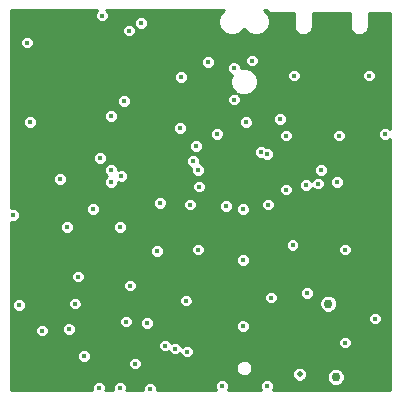
<source format=gbr>
G04 #@! TF.FileFunction,Copper,L3,Inr,Signal*
%FSLAX46Y46*%
G04 Gerber Fmt 4.6, Leading zero omitted, Abs format (unit mm)*
G04 Created by KiCad (PCBNEW 4.0.0-stable) date Thursday, June 23, 2016 'AMt' 11:02:30 AM*
%MOMM*%
G01*
G04 APERTURE LIST*
%ADD10C,0.100000*%
%ADD11C,0.406400*%
%ADD12C,0.762000*%
%ADD13C,0.508000*%
%ADD14C,0.254000*%
G04 APERTURE END LIST*
D10*
D11*
X92117000Y-166243000D03*
X108966000Y-155702000D03*
D12*
X93472000Y-171069000D03*
D11*
X110744000Y-162052000D03*
X96012000Y-143891000D03*
X116713000Y-146558000D03*
X107061000Y-147955000D03*
X112141000Y-146050000D03*
X105410000Y-141859000D03*
X117094000Y-161671000D03*
X108077000Y-166243000D03*
D12*
X115570000Y-168275000D03*
D11*
X98298000Y-163957000D03*
X97028000Y-161671000D03*
X102108000Y-168148000D03*
X87884000Y-164211000D03*
X108331000Y-151257000D03*
X102362000Y-155702000D03*
X94742000Y-151765000D03*
X96520000Y-153289000D03*
X94615000Y-171196000D03*
X113157000Y-153924000D03*
X96774000Y-146939000D03*
X110490000Y-154432000D03*
X102997000Y-159512000D03*
X109220000Y-163576000D03*
X112268000Y-163195000D03*
X96901000Y-165608000D03*
X98679000Y-165735000D03*
X97663000Y-169164000D03*
X92583000Y-164084000D03*
X108839000Y-171069000D03*
X105029000Y-171069000D03*
D12*
X114681000Y-170307000D03*
D11*
X91948000Y-157607000D03*
X107569000Y-143510000D03*
X117475000Y-144780000D03*
X111125000Y-144780000D03*
X91313000Y-153543000D03*
X114808000Y-153797000D03*
X105410000Y-155829000D03*
X88519000Y-141986000D03*
X88773000Y-148717000D03*
X98171000Y-140335000D03*
X100203000Y-167640000D03*
X101981000Y-163830000D03*
X99568000Y-159639000D03*
X107061000Y-148717000D03*
X101600000Y-144907000D03*
X102616000Y-152019000D03*
X117983000Y-165354000D03*
X114935000Y-149860000D03*
X115443000Y-167386000D03*
X93345000Y-168529000D03*
X96393000Y-171196000D03*
X111029000Y-159131000D03*
X101092000Y-167894000D03*
X99822000Y-155575000D03*
X97155000Y-140970000D03*
X102870000Y-150749000D03*
X103886000Y-143637000D03*
X94869000Y-139700000D03*
X95631000Y-148189300D03*
X96393000Y-157607000D03*
X94107000Y-156083000D03*
X106807000Y-160401000D03*
X106807000Y-156083000D03*
X113411000Y-152781000D03*
X106807000Y-165989000D03*
X92837000Y-161798000D03*
X108895000Y-151440000D03*
D13*
X111633000Y-170053000D03*
D11*
X98933000Y-171323000D03*
X97282000Y-162560000D03*
X110490000Y-149860000D03*
X89789000Y-166370000D03*
X102997000Y-152781000D03*
X87376000Y-156591000D03*
X95631000Y-152781000D03*
X101473000Y-149225000D03*
X95631000Y-153797000D03*
X112141000Y-154051000D03*
D12*
X114046000Y-164084000D03*
D11*
X118872000Y-149733000D03*
X115443000Y-159512000D03*
X106045000Y-146812000D03*
X106045000Y-144145000D03*
X104648000Y-149733000D03*
X103124000Y-154178000D03*
X109982000Y-148463000D03*
D14*
G36*
X94374028Y-139368645D02*
X94284902Y-139583286D01*
X94284699Y-139815695D01*
X94373451Y-140030490D01*
X94537645Y-140194972D01*
X94752286Y-140284098D01*
X94984695Y-140284301D01*
X95199490Y-140195549D01*
X95363972Y-140031355D01*
X95453098Y-139816714D01*
X95453301Y-139584305D01*
X95364549Y-139369510D01*
X95262218Y-139267000D01*
X105184998Y-139267000D01*
X104913381Y-139538144D01*
X104733206Y-139972054D01*
X104732796Y-140441885D01*
X104912213Y-140876109D01*
X105244144Y-141208619D01*
X105678054Y-141388794D01*
X106147885Y-141389204D01*
X106582109Y-141209787D01*
X106914287Y-140878187D01*
X107244144Y-141208619D01*
X107678054Y-141388794D01*
X108147885Y-141389204D01*
X108582109Y-141209787D01*
X108914619Y-140877856D01*
X109094794Y-140443946D01*
X109095204Y-139974115D01*
X108915787Y-139539891D01*
X108643371Y-139267000D01*
X108866052Y-139267000D01*
X108868002Y-139276802D01*
X108950592Y-139400408D01*
X109074198Y-139482998D01*
X109220000Y-139512000D01*
X111119000Y-139512000D01*
X111119000Y-140630000D01*
X111126321Y-140666805D01*
X111126321Y-140704330D01*
X111155323Y-140850131D01*
X111166807Y-140877856D01*
X111212211Y-140987473D01*
X111294801Y-141111079D01*
X111399921Y-141216199D01*
X111523527Y-141298789D01*
X111580416Y-141322353D01*
X111660868Y-141355677D01*
X111806670Y-141384679D01*
X111844195Y-141384679D01*
X111881000Y-141392000D01*
X111969000Y-141392000D01*
X112005805Y-141384679D01*
X112043330Y-141384679D01*
X112189131Y-141355677D01*
X112256457Y-141327790D01*
X112326473Y-141298789D01*
X112450079Y-141216199D01*
X112555199Y-141111079D01*
X112637789Y-140987473D01*
X112683193Y-140877856D01*
X112694677Y-140850132D01*
X112723679Y-140704330D01*
X112723679Y-140666805D01*
X112731000Y-140630000D01*
X112731000Y-139512000D01*
X115869000Y-139512000D01*
X115869000Y-140630000D01*
X115876321Y-140666805D01*
X115876321Y-140704330D01*
X115905323Y-140850131D01*
X115916807Y-140877856D01*
X115962211Y-140987473D01*
X116044801Y-141111079D01*
X116149921Y-141216199D01*
X116273527Y-141298789D01*
X116330416Y-141322353D01*
X116410868Y-141355677D01*
X116556670Y-141384679D01*
X116594195Y-141384679D01*
X116631000Y-141392000D01*
X116719000Y-141392000D01*
X116755805Y-141384679D01*
X116793330Y-141384679D01*
X116939131Y-141355677D01*
X117006457Y-141327790D01*
X117076473Y-141298789D01*
X117200079Y-141216199D01*
X117305199Y-141111079D01*
X117387789Y-140987473D01*
X117433193Y-140877856D01*
X117444677Y-140850132D01*
X117473679Y-140704330D01*
X117473679Y-140666805D01*
X117481000Y-140630000D01*
X117481000Y-139512000D01*
X119305000Y-139512000D01*
X119305000Y-149339851D01*
X119203355Y-149238028D01*
X118988714Y-149148902D01*
X118756305Y-149148699D01*
X118541510Y-149237451D01*
X118377028Y-149401645D01*
X118287902Y-149616286D01*
X118287699Y-149848695D01*
X118376451Y-150063490D01*
X118540645Y-150227972D01*
X118755286Y-150317098D01*
X118987695Y-150317301D01*
X119202490Y-150228549D01*
X119305000Y-150126218D01*
X119305000Y-171375000D01*
X109344500Y-171375000D01*
X109423098Y-171185714D01*
X109423301Y-170953305D01*
X109334549Y-170738510D01*
X109170355Y-170574028D01*
X108955714Y-170484902D01*
X108723305Y-170484699D01*
X108508510Y-170573451D01*
X108344028Y-170737645D01*
X108254902Y-170952286D01*
X108254699Y-171184695D01*
X108333332Y-171375000D01*
X105534500Y-171375000D01*
X105613098Y-171185714D01*
X105613301Y-170953305D01*
X105524549Y-170738510D01*
X105360355Y-170574028D01*
X105145714Y-170484902D01*
X104913305Y-170484699D01*
X104698510Y-170573451D01*
X104534028Y-170737645D01*
X104444902Y-170952286D01*
X104444699Y-171184695D01*
X104523332Y-171375000D01*
X99517155Y-171375000D01*
X99517301Y-171207305D01*
X99428549Y-170992510D01*
X99264355Y-170828028D01*
X99049714Y-170738902D01*
X98817305Y-170738699D01*
X98602510Y-170827451D01*
X98438028Y-170991645D01*
X98348902Y-171206286D01*
X98348755Y-171375000D01*
X96951235Y-171375000D01*
X96977098Y-171312714D01*
X96977301Y-171080305D01*
X96888549Y-170865510D01*
X96724355Y-170701028D01*
X96509714Y-170611902D01*
X96277305Y-170611699D01*
X96062510Y-170700451D01*
X95898028Y-170864645D01*
X95808902Y-171079286D01*
X95808699Y-171311695D01*
X95834856Y-171375000D01*
X95173235Y-171375000D01*
X95199098Y-171312714D01*
X95199301Y-171080305D01*
X95110549Y-170865510D01*
X94946355Y-170701028D01*
X94731714Y-170611902D01*
X94499305Y-170611699D01*
X94284510Y-170700451D01*
X94120028Y-170864645D01*
X94030902Y-171079286D01*
X94030699Y-171311695D01*
X94056856Y-171375000D01*
X87197000Y-171375000D01*
X87197000Y-169279695D01*
X97078699Y-169279695D01*
X97167451Y-169494490D01*
X97331645Y-169658972D01*
X97546286Y-169748098D01*
X97778695Y-169748301D01*
X97939505Y-169681855D01*
X106248881Y-169681855D01*
X106353098Y-169934080D01*
X106545905Y-170127224D01*
X106797947Y-170231881D01*
X107070855Y-170232119D01*
X107200006Y-170178755D01*
X110997890Y-170178755D01*
X111094360Y-170412228D01*
X111272832Y-170591013D01*
X111506137Y-170687889D01*
X111758755Y-170688110D01*
X111992228Y-170591640D01*
X112126196Y-170457906D01*
X113918868Y-170457906D01*
X114034632Y-170738074D01*
X114248798Y-170952615D01*
X114528764Y-171068867D01*
X114831906Y-171069132D01*
X115112074Y-170953368D01*
X115326615Y-170739202D01*
X115442867Y-170459236D01*
X115443132Y-170156094D01*
X115327368Y-169875926D01*
X115113202Y-169661385D01*
X114833236Y-169545133D01*
X114530094Y-169544868D01*
X114249926Y-169660632D01*
X114035385Y-169874798D01*
X113919133Y-170154764D01*
X113918868Y-170457906D01*
X112126196Y-170457906D01*
X112171013Y-170413168D01*
X112267889Y-170179863D01*
X112268110Y-169927245D01*
X112171640Y-169693772D01*
X111993168Y-169514987D01*
X111759863Y-169418111D01*
X111507245Y-169417890D01*
X111273772Y-169514360D01*
X111094987Y-169692832D01*
X110998111Y-169926137D01*
X110997890Y-170178755D01*
X107200006Y-170178755D01*
X107323080Y-170127902D01*
X107516224Y-169935095D01*
X107620881Y-169683053D01*
X107621119Y-169410145D01*
X107516902Y-169157920D01*
X107324095Y-168964776D01*
X107072053Y-168860119D01*
X106799145Y-168859881D01*
X106546920Y-168964098D01*
X106353776Y-169156905D01*
X106249119Y-169408947D01*
X106248881Y-169681855D01*
X97939505Y-169681855D01*
X97993490Y-169659549D01*
X98157972Y-169495355D01*
X98247098Y-169280714D01*
X98247301Y-169048305D01*
X98158549Y-168833510D01*
X97994355Y-168669028D01*
X97779714Y-168579902D01*
X97547305Y-168579699D01*
X97332510Y-168668451D01*
X97168028Y-168832645D01*
X97078902Y-169047286D01*
X97078699Y-169279695D01*
X87197000Y-169279695D01*
X87197000Y-168644695D01*
X92760699Y-168644695D01*
X92849451Y-168859490D01*
X93013645Y-169023972D01*
X93228286Y-169113098D01*
X93460695Y-169113301D01*
X93675490Y-169024549D01*
X93839972Y-168860355D01*
X93929098Y-168645714D01*
X93929301Y-168413305D01*
X93840549Y-168198510D01*
X93676355Y-168034028D01*
X93461714Y-167944902D01*
X93229305Y-167944699D01*
X93014510Y-168033451D01*
X92850028Y-168197645D01*
X92760902Y-168412286D01*
X92760699Y-168644695D01*
X87197000Y-168644695D01*
X87197000Y-167755695D01*
X99618699Y-167755695D01*
X99707451Y-167970490D01*
X99871645Y-168134972D01*
X100086286Y-168224098D01*
X100318695Y-168224301D01*
X100533490Y-168135549D01*
X100552047Y-168117025D01*
X100596451Y-168224490D01*
X100760645Y-168388972D01*
X100975286Y-168478098D01*
X101207695Y-168478301D01*
X101422490Y-168389549D01*
X101530960Y-168281269D01*
X101612451Y-168478490D01*
X101776645Y-168642972D01*
X101991286Y-168732098D01*
X102223695Y-168732301D01*
X102438490Y-168643549D01*
X102602972Y-168479355D01*
X102692098Y-168264714D01*
X102692301Y-168032305D01*
X102603549Y-167817510D01*
X102439355Y-167653028D01*
X102224714Y-167563902D01*
X101992305Y-167563699D01*
X101777510Y-167652451D01*
X101669040Y-167760731D01*
X101587549Y-167563510D01*
X101525843Y-167501695D01*
X114858699Y-167501695D01*
X114947451Y-167716490D01*
X115111645Y-167880972D01*
X115326286Y-167970098D01*
X115558695Y-167970301D01*
X115773490Y-167881549D01*
X115937972Y-167717355D01*
X116027098Y-167502714D01*
X116027301Y-167270305D01*
X115938549Y-167055510D01*
X115774355Y-166891028D01*
X115559714Y-166801902D01*
X115327305Y-166801699D01*
X115112510Y-166890451D01*
X114948028Y-167054645D01*
X114858902Y-167269286D01*
X114858699Y-167501695D01*
X101525843Y-167501695D01*
X101423355Y-167399028D01*
X101208714Y-167309902D01*
X100976305Y-167309699D01*
X100761510Y-167398451D01*
X100742953Y-167416975D01*
X100698549Y-167309510D01*
X100534355Y-167145028D01*
X100319714Y-167055902D01*
X100087305Y-167055699D01*
X99872510Y-167144451D01*
X99708028Y-167308645D01*
X99618902Y-167523286D01*
X99618699Y-167755695D01*
X87197000Y-167755695D01*
X87197000Y-166485695D01*
X89204699Y-166485695D01*
X89293451Y-166700490D01*
X89457645Y-166864972D01*
X89672286Y-166954098D01*
X89904695Y-166954301D01*
X90119490Y-166865549D01*
X90283972Y-166701355D01*
X90373098Y-166486714D01*
X90373209Y-166358695D01*
X91532699Y-166358695D01*
X91621451Y-166573490D01*
X91785645Y-166737972D01*
X92000286Y-166827098D01*
X92232695Y-166827301D01*
X92447490Y-166738549D01*
X92611972Y-166574355D01*
X92701098Y-166359714D01*
X92701301Y-166127305D01*
X92612549Y-165912510D01*
X92448355Y-165748028D01*
X92389755Y-165723695D01*
X96316699Y-165723695D01*
X96405451Y-165938490D01*
X96569645Y-166102972D01*
X96784286Y-166192098D01*
X97016695Y-166192301D01*
X97231490Y-166103549D01*
X97395972Y-165939355D01*
X97432786Y-165850695D01*
X98094699Y-165850695D01*
X98183451Y-166065490D01*
X98347645Y-166229972D01*
X98562286Y-166319098D01*
X98794695Y-166319301D01*
X99009490Y-166230549D01*
X99135564Y-166104695D01*
X106222699Y-166104695D01*
X106311451Y-166319490D01*
X106475645Y-166483972D01*
X106690286Y-166573098D01*
X106922695Y-166573301D01*
X107137490Y-166484549D01*
X107301972Y-166320355D01*
X107391098Y-166105714D01*
X107391301Y-165873305D01*
X107302549Y-165658510D01*
X107138355Y-165494028D01*
X107079755Y-165469695D01*
X117398699Y-165469695D01*
X117487451Y-165684490D01*
X117651645Y-165848972D01*
X117866286Y-165938098D01*
X118098695Y-165938301D01*
X118313490Y-165849549D01*
X118477972Y-165685355D01*
X118567098Y-165470714D01*
X118567301Y-165238305D01*
X118478549Y-165023510D01*
X118314355Y-164859028D01*
X118099714Y-164769902D01*
X117867305Y-164769699D01*
X117652510Y-164858451D01*
X117488028Y-165022645D01*
X117398902Y-165237286D01*
X117398699Y-165469695D01*
X107079755Y-165469695D01*
X106923714Y-165404902D01*
X106691305Y-165404699D01*
X106476510Y-165493451D01*
X106312028Y-165657645D01*
X106222902Y-165872286D01*
X106222699Y-166104695D01*
X99135564Y-166104695D01*
X99173972Y-166066355D01*
X99263098Y-165851714D01*
X99263301Y-165619305D01*
X99174549Y-165404510D01*
X99010355Y-165240028D01*
X98795714Y-165150902D01*
X98563305Y-165150699D01*
X98348510Y-165239451D01*
X98184028Y-165403645D01*
X98094902Y-165618286D01*
X98094699Y-165850695D01*
X97432786Y-165850695D01*
X97485098Y-165724714D01*
X97485301Y-165492305D01*
X97396549Y-165277510D01*
X97232355Y-165113028D01*
X97017714Y-165023902D01*
X96785305Y-165023699D01*
X96570510Y-165112451D01*
X96406028Y-165276645D01*
X96316902Y-165491286D01*
X96316699Y-165723695D01*
X92389755Y-165723695D01*
X92233714Y-165658902D01*
X92001305Y-165658699D01*
X91786510Y-165747451D01*
X91622028Y-165911645D01*
X91532902Y-166126286D01*
X91532699Y-166358695D01*
X90373209Y-166358695D01*
X90373301Y-166254305D01*
X90284549Y-166039510D01*
X90120355Y-165875028D01*
X89905714Y-165785902D01*
X89673305Y-165785699D01*
X89458510Y-165874451D01*
X89294028Y-166038645D01*
X89204902Y-166253286D01*
X89204699Y-166485695D01*
X87197000Y-166485695D01*
X87197000Y-164326695D01*
X87299699Y-164326695D01*
X87388451Y-164541490D01*
X87552645Y-164705972D01*
X87767286Y-164795098D01*
X87999695Y-164795301D01*
X88214490Y-164706549D01*
X88378972Y-164542355D01*
X88468098Y-164327714D01*
X88468209Y-164199695D01*
X91998699Y-164199695D01*
X92087451Y-164414490D01*
X92251645Y-164578972D01*
X92466286Y-164668098D01*
X92698695Y-164668301D01*
X92913490Y-164579549D01*
X93077972Y-164415355D01*
X93167098Y-164200714D01*
X93167301Y-163968305D01*
X93157959Y-163945695D01*
X101396699Y-163945695D01*
X101485451Y-164160490D01*
X101649645Y-164324972D01*
X101864286Y-164414098D01*
X102096695Y-164414301D01*
X102311490Y-164325549D01*
X102402291Y-164234906D01*
X113283868Y-164234906D01*
X113399632Y-164515074D01*
X113613798Y-164729615D01*
X113893764Y-164845867D01*
X114196906Y-164846132D01*
X114477074Y-164730368D01*
X114691615Y-164516202D01*
X114807867Y-164236236D01*
X114808132Y-163933094D01*
X114692368Y-163652926D01*
X114478202Y-163438385D01*
X114198236Y-163322133D01*
X113895094Y-163321868D01*
X113614926Y-163437632D01*
X113400385Y-163651798D01*
X113284133Y-163931764D01*
X113283868Y-164234906D01*
X102402291Y-164234906D01*
X102475972Y-164161355D01*
X102565098Y-163946714D01*
X102565301Y-163714305D01*
X102555959Y-163691695D01*
X108635699Y-163691695D01*
X108724451Y-163906490D01*
X108888645Y-164070972D01*
X109103286Y-164160098D01*
X109335695Y-164160301D01*
X109550490Y-164071549D01*
X109714972Y-163907355D01*
X109804098Y-163692714D01*
X109804301Y-163460305D01*
X109742484Y-163310695D01*
X111683699Y-163310695D01*
X111772451Y-163525490D01*
X111936645Y-163689972D01*
X112151286Y-163779098D01*
X112383695Y-163779301D01*
X112598490Y-163690549D01*
X112762972Y-163526355D01*
X112852098Y-163311714D01*
X112852301Y-163079305D01*
X112763549Y-162864510D01*
X112599355Y-162700028D01*
X112384714Y-162610902D01*
X112152305Y-162610699D01*
X111937510Y-162699451D01*
X111773028Y-162863645D01*
X111683902Y-163078286D01*
X111683699Y-163310695D01*
X109742484Y-163310695D01*
X109715549Y-163245510D01*
X109551355Y-163081028D01*
X109336714Y-162991902D01*
X109104305Y-162991699D01*
X108889510Y-163080451D01*
X108725028Y-163244645D01*
X108635902Y-163459286D01*
X108635699Y-163691695D01*
X102555959Y-163691695D01*
X102476549Y-163499510D01*
X102312355Y-163335028D01*
X102097714Y-163245902D01*
X101865305Y-163245699D01*
X101650510Y-163334451D01*
X101486028Y-163498645D01*
X101396902Y-163713286D01*
X101396699Y-163945695D01*
X93157959Y-163945695D01*
X93078549Y-163753510D01*
X92914355Y-163589028D01*
X92699714Y-163499902D01*
X92467305Y-163499699D01*
X92252510Y-163588451D01*
X92088028Y-163752645D01*
X91998902Y-163967286D01*
X91998699Y-164199695D01*
X88468209Y-164199695D01*
X88468301Y-164095305D01*
X88379549Y-163880510D01*
X88215355Y-163716028D01*
X88000714Y-163626902D01*
X87768305Y-163626699D01*
X87553510Y-163715451D01*
X87389028Y-163879645D01*
X87299902Y-164094286D01*
X87299699Y-164326695D01*
X87197000Y-164326695D01*
X87197000Y-162675695D01*
X96697699Y-162675695D01*
X96786451Y-162890490D01*
X96950645Y-163054972D01*
X97165286Y-163144098D01*
X97397695Y-163144301D01*
X97612490Y-163055549D01*
X97776972Y-162891355D01*
X97866098Y-162676714D01*
X97866301Y-162444305D01*
X97777549Y-162229510D01*
X97613355Y-162065028D01*
X97398714Y-161975902D01*
X97166305Y-161975699D01*
X96951510Y-162064451D01*
X96787028Y-162228645D01*
X96697902Y-162443286D01*
X96697699Y-162675695D01*
X87197000Y-162675695D01*
X87197000Y-161913695D01*
X92252699Y-161913695D01*
X92341451Y-162128490D01*
X92505645Y-162292972D01*
X92720286Y-162382098D01*
X92952695Y-162382301D01*
X93167490Y-162293549D01*
X93331972Y-162129355D01*
X93421098Y-161914714D01*
X93421301Y-161682305D01*
X93332549Y-161467510D01*
X93168355Y-161303028D01*
X92953714Y-161213902D01*
X92721305Y-161213699D01*
X92506510Y-161302451D01*
X92342028Y-161466645D01*
X92252902Y-161681286D01*
X92252699Y-161913695D01*
X87197000Y-161913695D01*
X87197000Y-160516695D01*
X106222699Y-160516695D01*
X106311451Y-160731490D01*
X106475645Y-160895972D01*
X106690286Y-160985098D01*
X106922695Y-160985301D01*
X107137490Y-160896549D01*
X107301972Y-160732355D01*
X107391098Y-160517714D01*
X107391301Y-160285305D01*
X107302549Y-160070510D01*
X107138355Y-159906028D01*
X106923714Y-159816902D01*
X106691305Y-159816699D01*
X106476510Y-159905451D01*
X106312028Y-160069645D01*
X106222902Y-160284286D01*
X106222699Y-160516695D01*
X87197000Y-160516695D01*
X87197000Y-159754695D01*
X98983699Y-159754695D01*
X99072451Y-159969490D01*
X99236645Y-160133972D01*
X99451286Y-160223098D01*
X99683695Y-160223301D01*
X99898490Y-160134549D01*
X100062972Y-159970355D01*
X100152098Y-159755714D01*
X100152209Y-159627695D01*
X102412699Y-159627695D01*
X102501451Y-159842490D01*
X102665645Y-160006972D01*
X102880286Y-160096098D01*
X103112695Y-160096301D01*
X103327490Y-160007549D01*
X103491972Y-159843355D01*
X103581098Y-159628714D01*
X103581301Y-159396305D01*
X103519484Y-159246695D01*
X110444699Y-159246695D01*
X110533451Y-159461490D01*
X110697645Y-159625972D01*
X110912286Y-159715098D01*
X111144695Y-159715301D01*
X111356716Y-159627695D01*
X114858699Y-159627695D01*
X114947451Y-159842490D01*
X115111645Y-160006972D01*
X115326286Y-160096098D01*
X115558695Y-160096301D01*
X115773490Y-160007549D01*
X115937972Y-159843355D01*
X116027098Y-159628714D01*
X116027301Y-159396305D01*
X115938549Y-159181510D01*
X115774355Y-159017028D01*
X115559714Y-158927902D01*
X115327305Y-158927699D01*
X115112510Y-159016451D01*
X114948028Y-159180645D01*
X114858902Y-159395286D01*
X114858699Y-159627695D01*
X111356716Y-159627695D01*
X111359490Y-159626549D01*
X111523972Y-159462355D01*
X111613098Y-159247714D01*
X111613301Y-159015305D01*
X111524549Y-158800510D01*
X111360355Y-158636028D01*
X111145714Y-158546902D01*
X110913305Y-158546699D01*
X110698510Y-158635451D01*
X110534028Y-158799645D01*
X110444902Y-159014286D01*
X110444699Y-159246695D01*
X103519484Y-159246695D01*
X103492549Y-159181510D01*
X103328355Y-159017028D01*
X103113714Y-158927902D01*
X102881305Y-158927699D01*
X102666510Y-159016451D01*
X102502028Y-159180645D01*
X102412902Y-159395286D01*
X102412699Y-159627695D01*
X100152209Y-159627695D01*
X100152301Y-159523305D01*
X100063549Y-159308510D01*
X99899355Y-159144028D01*
X99684714Y-159054902D01*
X99452305Y-159054699D01*
X99237510Y-159143451D01*
X99073028Y-159307645D01*
X98983902Y-159522286D01*
X98983699Y-159754695D01*
X87197000Y-159754695D01*
X87197000Y-157722695D01*
X91363699Y-157722695D01*
X91452451Y-157937490D01*
X91616645Y-158101972D01*
X91831286Y-158191098D01*
X92063695Y-158191301D01*
X92278490Y-158102549D01*
X92442972Y-157938355D01*
X92532098Y-157723714D01*
X92532098Y-157722695D01*
X95808699Y-157722695D01*
X95897451Y-157937490D01*
X96061645Y-158101972D01*
X96276286Y-158191098D01*
X96508695Y-158191301D01*
X96723490Y-158102549D01*
X96887972Y-157938355D01*
X96977098Y-157723714D01*
X96977301Y-157491305D01*
X96888549Y-157276510D01*
X96724355Y-157112028D01*
X96509714Y-157022902D01*
X96277305Y-157022699D01*
X96062510Y-157111451D01*
X95898028Y-157275645D01*
X95808902Y-157490286D01*
X95808699Y-157722695D01*
X92532098Y-157722695D01*
X92532301Y-157491305D01*
X92443549Y-157276510D01*
X92279355Y-157112028D01*
X92064714Y-157022902D01*
X91832305Y-157022699D01*
X91617510Y-157111451D01*
X91453028Y-157275645D01*
X91363902Y-157490286D01*
X91363699Y-157722695D01*
X87197000Y-157722695D01*
X87197000Y-157149235D01*
X87259286Y-157175098D01*
X87491695Y-157175301D01*
X87706490Y-157086549D01*
X87870972Y-156922355D01*
X87960098Y-156707714D01*
X87960301Y-156475305D01*
X87871549Y-156260510D01*
X87809843Y-156198695D01*
X93522699Y-156198695D01*
X93611451Y-156413490D01*
X93775645Y-156577972D01*
X93990286Y-156667098D01*
X94222695Y-156667301D01*
X94437490Y-156578549D01*
X94601972Y-156414355D01*
X94691098Y-156199714D01*
X94691301Y-155967305D01*
X94602549Y-155752510D01*
X94540843Y-155690695D01*
X99237699Y-155690695D01*
X99326451Y-155905490D01*
X99490645Y-156069972D01*
X99705286Y-156159098D01*
X99937695Y-156159301D01*
X100152490Y-156070549D01*
X100316972Y-155906355D01*
X100353786Y-155817695D01*
X101777699Y-155817695D01*
X101866451Y-156032490D01*
X102030645Y-156196972D01*
X102245286Y-156286098D01*
X102477695Y-156286301D01*
X102692490Y-156197549D01*
X102856972Y-156033355D01*
X102893786Y-155944695D01*
X104825699Y-155944695D01*
X104914451Y-156159490D01*
X105078645Y-156323972D01*
X105293286Y-156413098D01*
X105525695Y-156413301D01*
X105740490Y-156324549D01*
X105866564Y-156198695D01*
X106222699Y-156198695D01*
X106311451Y-156413490D01*
X106475645Y-156577972D01*
X106690286Y-156667098D01*
X106922695Y-156667301D01*
X107137490Y-156578549D01*
X107301972Y-156414355D01*
X107391098Y-156199714D01*
X107391301Y-155967305D01*
X107329484Y-155817695D01*
X108381699Y-155817695D01*
X108470451Y-156032490D01*
X108634645Y-156196972D01*
X108849286Y-156286098D01*
X109081695Y-156286301D01*
X109296490Y-156197549D01*
X109460972Y-156033355D01*
X109550098Y-155818714D01*
X109550301Y-155586305D01*
X109461549Y-155371510D01*
X109297355Y-155207028D01*
X109082714Y-155117902D01*
X108850305Y-155117699D01*
X108635510Y-155206451D01*
X108471028Y-155370645D01*
X108381902Y-155585286D01*
X108381699Y-155817695D01*
X107329484Y-155817695D01*
X107302549Y-155752510D01*
X107138355Y-155588028D01*
X106923714Y-155498902D01*
X106691305Y-155498699D01*
X106476510Y-155587451D01*
X106312028Y-155751645D01*
X106222902Y-155966286D01*
X106222699Y-156198695D01*
X105866564Y-156198695D01*
X105904972Y-156160355D01*
X105994098Y-155945714D01*
X105994301Y-155713305D01*
X105905549Y-155498510D01*
X105741355Y-155334028D01*
X105526714Y-155244902D01*
X105294305Y-155244699D01*
X105079510Y-155333451D01*
X104915028Y-155497645D01*
X104825902Y-155712286D01*
X104825699Y-155944695D01*
X102893786Y-155944695D01*
X102946098Y-155818714D01*
X102946301Y-155586305D01*
X102857549Y-155371510D01*
X102693355Y-155207028D01*
X102478714Y-155117902D01*
X102246305Y-155117699D01*
X102031510Y-155206451D01*
X101867028Y-155370645D01*
X101777902Y-155585286D01*
X101777699Y-155817695D01*
X100353786Y-155817695D01*
X100406098Y-155691714D01*
X100406301Y-155459305D01*
X100317549Y-155244510D01*
X100153355Y-155080028D01*
X99938714Y-154990902D01*
X99706305Y-154990699D01*
X99491510Y-155079451D01*
X99327028Y-155243645D01*
X99237902Y-155458286D01*
X99237699Y-155690695D01*
X94540843Y-155690695D01*
X94438355Y-155588028D01*
X94223714Y-155498902D01*
X93991305Y-155498699D01*
X93776510Y-155587451D01*
X93612028Y-155751645D01*
X93522902Y-155966286D01*
X93522699Y-156198695D01*
X87809843Y-156198695D01*
X87707355Y-156096028D01*
X87492714Y-156006902D01*
X87260305Y-156006699D01*
X87197000Y-156032856D01*
X87197000Y-153658695D01*
X90728699Y-153658695D01*
X90817451Y-153873490D01*
X90981645Y-154037972D01*
X91196286Y-154127098D01*
X91428695Y-154127301D01*
X91643490Y-154038549D01*
X91807972Y-153874355D01*
X91897098Y-153659714D01*
X91897301Y-153427305D01*
X91808549Y-153212510D01*
X91644355Y-153048028D01*
X91429714Y-152958902D01*
X91197305Y-152958699D01*
X90982510Y-153047451D01*
X90818028Y-153211645D01*
X90728902Y-153426286D01*
X90728699Y-153658695D01*
X87197000Y-153658695D01*
X87197000Y-152896695D01*
X95046699Y-152896695D01*
X95135451Y-153111490D01*
X95299645Y-153275972D01*
X95330832Y-153288922D01*
X95300510Y-153301451D01*
X95136028Y-153465645D01*
X95046902Y-153680286D01*
X95046699Y-153912695D01*
X95135451Y-154127490D01*
X95299645Y-154291972D01*
X95514286Y-154381098D01*
X95746695Y-154381301D01*
X95958716Y-154293695D01*
X102539699Y-154293695D01*
X102628451Y-154508490D01*
X102792645Y-154672972D01*
X103007286Y-154762098D01*
X103239695Y-154762301D01*
X103454490Y-154673549D01*
X103580564Y-154547695D01*
X109905699Y-154547695D01*
X109994451Y-154762490D01*
X110158645Y-154926972D01*
X110373286Y-155016098D01*
X110605695Y-155016301D01*
X110820490Y-154927549D01*
X110984972Y-154763355D01*
X111074098Y-154548714D01*
X111074301Y-154316305D01*
X111012484Y-154166695D01*
X111556699Y-154166695D01*
X111645451Y-154381490D01*
X111809645Y-154545972D01*
X112024286Y-154635098D01*
X112256695Y-154635301D01*
X112471490Y-154546549D01*
X112635972Y-154382355D01*
X112680953Y-154274027D01*
X112825645Y-154418972D01*
X113040286Y-154508098D01*
X113272695Y-154508301D01*
X113487490Y-154419549D01*
X113651972Y-154255355D01*
X113741098Y-154040714D01*
X113741209Y-153912695D01*
X114223699Y-153912695D01*
X114312451Y-154127490D01*
X114476645Y-154291972D01*
X114691286Y-154381098D01*
X114923695Y-154381301D01*
X115138490Y-154292549D01*
X115302972Y-154128355D01*
X115392098Y-153913714D01*
X115392301Y-153681305D01*
X115303549Y-153466510D01*
X115139355Y-153302028D01*
X114924714Y-153212902D01*
X114692305Y-153212699D01*
X114477510Y-153301451D01*
X114313028Y-153465645D01*
X114223902Y-153680286D01*
X114223699Y-153912695D01*
X113741209Y-153912695D01*
X113741301Y-153808305D01*
X113652549Y-153593510D01*
X113488355Y-153429028D01*
X113334478Y-153365133D01*
X113526695Y-153365301D01*
X113741490Y-153276549D01*
X113905972Y-153112355D01*
X113995098Y-152897714D01*
X113995301Y-152665305D01*
X113906549Y-152450510D01*
X113742355Y-152286028D01*
X113527714Y-152196902D01*
X113295305Y-152196699D01*
X113080510Y-152285451D01*
X112916028Y-152449645D01*
X112826902Y-152664286D01*
X112826699Y-152896695D01*
X112915451Y-153111490D01*
X113079645Y-153275972D01*
X113233522Y-153339867D01*
X113041305Y-153339699D01*
X112826510Y-153428451D01*
X112662028Y-153592645D01*
X112617047Y-153700973D01*
X112472355Y-153556028D01*
X112257714Y-153466902D01*
X112025305Y-153466699D01*
X111810510Y-153555451D01*
X111646028Y-153719645D01*
X111556902Y-153934286D01*
X111556699Y-154166695D01*
X111012484Y-154166695D01*
X110985549Y-154101510D01*
X110821355Y-153937028D01*
X110606714Y-153847902D01*
X110374305Y-153847699D01*
X110159510Y-153936451D01*
X109995028Y-154100645D01*
X109905902Y-154315286D01*
X109905699Y-154547695D01*
X103580564Y-154547695D01*
X103618972Y-154509355D01*
X103708098Y-154294714D01*
X103708301Y-154062305D01*
X103619549Y-153847510D01*
X103455355Y-153683028D01*
X103240714Y-153593902D01*
X103008305Y-153593699D01*
X102793510Y-153682451D01*
X102629028Y-153846645D01*
X102539902Y-154061286D01*
X102539699Y-154293695D01*
X95958716Y-154293695D01*
X95961490Y-154292549D01*
X96125972Y-154128355D01*
X96215098Y-153913714D01*
X96215202Y-153794999D01*
X96403286Y-153873098D01*
X96635695Y-153873301D01*
X96850490Y-153784549D01*
X97014972Y-153620355D01*
X97104098Y-153405714D01*
X97104301Y-153173305D01*
X97015549Y-152958510D01*
X96851355Y-152794028D01*
X96636714Y-152704902D01*
X96404305Y-152704699D01*
X96215198Y-152782837D01*
X96215301Y-152665305D01*
X96126549Y-152450510D01*
X95962355Y-152286028D01*
X95747714Y-152196902D01*
X95515305Y-152196699D01*
X95300510Y-152285451D01*
X95136028Y-152449645D01*
X95046902Y-152664286D01*
X95046699Y-152896695D01*
X87197000Y-152896695D01*
X87197000Y-151880695D01*
X94157699Y-151880695D01*
X94246451Y-152095490D01*
X94410645Y-152259972D01*
X94625286Y-152349098D01*
X94857695Y-152349301D01*
X95072490Y-152260549D01*
X95198564Y-152134695D01*
X102031699Y-152134695D01*
X102120451Y-152349490D01*
X102284645Y-152513972D01*
X102447277Y-152581502D01*
X102412902Y-152664286D01*
X102412699Y-152896695D01*
X102501451Y-153111490D01*
X102665645Y-153275972D01*
X102880286Y-153365098D01*
X103112695Y-153365301D01*
X103327490Y-153276549D01*
X103491972Y-153112355D01*
X103581098Y-152897714D01*
X103581301Y-152665305D01*
X103492549Y-152450510D01*
X103328355Y-152286028D01*
X103165723Y-152218498D01*
X103200098Y-152135714D01*
X103200301Y-151903305D01*
X103111549Y-151688510D01*
X102947355Y-151524028D01*
X102732714Y-151434902D01*
X102500305Y-151434699D01*
X102285510Y-151523451D01*
X102121028Y-151687645D01*
X102031902Y-151902286D01*
X102031699Y-152134695D01*
X95198564Y-152134695D01*
X95236972Y-152096355D01*
X95326098Y-151881714D01*
X95326301Y-151649305D01*
X95237549Y-151434510D01*
X95175843Y-151372695D01*
X107746699Y-151372695D01*
X107835451Y-151587490D01*
X107999645Y-151751972D01*
X108214286Y-151841098D01*
X108446695Y-151841301D01*
X108463292Y-151834443D01*
X108563645Y-151934972D01*
X108778286Y-152024098D01*
X109010695Y-152024301D01*
X109225490Y-151935549D01*
X109389972Y-151771355D01*
X109479098Y-151556714D01*
X109479301Y-151324305D01*
X109390549Y-151109510D01*
X109226355Y-150945028D01*
X109011714Y-150855902D01*
X108779305Y-150855699D01*
X108762708Y-150862557D01*
X108662355Y-150762028D01*
X108447714Y-150672902D01*
X108215305Y-150672699D01*
X108000510Y-150761451D01*
X107836028Y-150925645D01*
X107746902Y-151140286D01*
X107746699Y-151372695D01*
X95175843Y-151372695D01*
X95073355Y-151270028D01*
X94858714Y-151180902D01*
X94626305Y-151180699D01*
X94411510Y-151269451D01*
X94247028Y-151433645D01*
X94157902Y-151648286D01*
X94157699Y-151880695D01*
X87197000Y-151880695D01*
X87197000Y-150864695D01*
X102285699Y-150864695D01*
X102374451Y-151079490D01*
X102538645Y-151243972D01*
X102753286Y-151333098D01*
X102985695Y-151333301D01*
X103200490Y-151244549D01*
X103364972Y-151080355D01*
X103454098Y-150865714D01*
X103454301Y-150633305D01*
X103365549Y-150418510D01*
X103201355Y-150254028D01*
X102986714Y-150164902D01*
X102754305Y-150164699D01*
X102539510Y-150253451D01*
X102375028Y-150417645D01*
X102285902Y-150632286D01*
X102285699Y-150864695D01*
X87197000Y-150864695D01*
X87197000Y-149848695D01*
X104063699Y-149848695D01*
X104152451Y-150063490D01*
X104316645Y-150227972D01*
X104531286Y-150317098D01*
X104763695Y-150317301D01*
X104978490Y-150228549D01*
X105142972Y-150064355D01*
X105179786Y-149975695D01*
X109905699Y-149975695D01*
X109994451Y-150190490D01*
X110158645Y-150354972D01*
X110373286Y-150444098D01*
X110605695Y-150444301D01*
X110820490Y-150355549D01*
X110984972Y-150191355D01*
X111074098Y-149976714D01*
X111074098Y-149975695D01*
X114350699Y-149975695D01*
X114439451Y-150190490D01*
X114603645Y-150354972D01*
X114818286Y-150444098D01*
X115050695Y-150444301D01*
X115265490Y-150355549D01*
X115429972Y-150191355D01*
X115519098Y-149976714D01*
X115519301Y-149744305D01*
X115430549Y-149529510D01*
X115266355Y-149365028D01*
X115051714Y-149275902D01*
X114819305Y-149275699D01*
X114604510Y-149364451D01*
X114440028Y-149528645D01*
X114350902Y-149743286D01*
X114350699Y-149975695D01*
X111074098Y-149975695D01*
X111074301Y-149744305D01*
X110985549Y-149529510D01*
X110821355Y-149365028D01*
X110606714Y-149275902D01*
X110374305Y-149275699D01*
X110159510Y-149364451D01*
X109995028Y-149528645D01*
X109905902Y-149743286D01*
X109905699Y-149975695D01*
X105179786Y-149975695D01*
X105232098Y-149849714D01*
X105232301Y-149617305D01*
X105143549Y-149402510D01*
X104979355Y-149238028D01*
X104764714Y-149148902D01*
X104532305Y-149148699D01*
X104317510Y-149237451D01*
X104153028Y-149401645D01*
X104063902Y-149616286D01*
X104063699Y-149848695D01*
X87197000Y-149848695D01*
X87197000Y-149340695D01*
X100888699Y-149340695D01*
X100977451Y-149555490D01*
X101141645Y-149719972D01*
X101356286Y-149809098D01*
X101588695Y-149809301D01*
X101803490Y-149720549D01*
X101967972Y-149556355D01*
X102057098Y-149341714D01*
X102057301Y-149109305D01*
X101968549Y-148894510D01*
X101906843Y-148832695D01*
X106476699Y-148832695D01*
X106565451Y-149047490D01*
X106729645Y-149211972D01*
X106944286Y-149301098D01*
X107176695Y-149301301D01*
X107391490Y-149212549D01*
X107555972Y-149048355D01*
X107645098Y-148833714D01*
X107645301Y-148601305D01*
X107635959Y-148578695D01*
X109397699Y-148578695D01*
X109486451Y-148793490D01*
X109650645Y-148957972D01*
X109865286Y-149047098D01*
X110097695Y-149047301D01*
X110312490Y-148958549D01*
X110476972Y-148794355D01*
X110566098Y-148579714D01*
X110566301Y-148347305D01*
X110477549Y-148132510D01*
X110313355Y-147968028D01*
X110098714Y-147878902D01*
X109866305Y-147878699D01*
X109651510Y-147967451D01*
X109487028Y-148131645D01*
X109397902Y-148346286D01*
X109397699Y-148578695D01*
X107635959Y-148578695D01*
X107556549Y-148386510D01*
X107392355Y-148222028D01*
X107177714Y-148132902D01*
X106945305Y-148132699D01*
X106730510Y-148221451D01*
X106566028Y-148385645D01*
X106476902Y-148600286D01*
X106476699Y-148832695D01*
X101906843Y-148832695D01*
X101804355Y-148730028D01*
X101589714Y-148640902D01*
X101357305Y-148640699D01*
X101142510Y-148729451D01*
X100978028Y-148893645D01*
X100888902Y-149108286D01*
X100888699Y-149340695D01*
X87197000Y-149340695D01*
X87197000Y-148832695D01*
X88188699Y-148832695D01*
X88277451Y-149047490D01*
X88441645Y-149211972D01*
X88656286Y-149301098D01*
X88888695Y-149301301D01*
X89103490Y-149212549D01*
X89267972Y-149048355D01*
X89357098Y-148833714D01*
X89357301Y-148601305D01*
X89268549Y-148386510D01*
X89187177Y-148304995D01*
X95046699Y-148304995D01*
X95135451Y-148519790D01*
X95299645Y-148684272D01*
X95514286Y-148773398D01*
X95746695Y-148773601D01*
X95961490Y-148684849D01*
X96125972Y-148520655D01*
X96215098Y-148306014D01*
X96215301Y-148073605D01*
X96126549Y-147858810D01*
X95962355Y-147694328D01*
X95747714Y-147605202D01*
X95515305Y-147604999D01*
X95300510Y-147693751D01*
X95136028Y-147857945D01*
X95046902Y-148072586D01*
X95046699Y-148304995D01*
X89187177Y-148304995D01*
X89104355Y-148222028D01*
X88889714Y-148132902D01*
X88657305Y-148132699D01*
X88442510Y-148221451D01*
X88278028Y-148385645D01*
X88188902Y-148600286D01*
X88188699Y-148832695D01*
X87197000Y-148832695D01*
X87197000Y-147054695D01*
X96189699Y-147054695D01*
X96278451Y-147269490D01*
X96442645Y-147433972D01*
X96657286Y-147523098D01*
X96889695Y-147523301D01*
X97104490Y-147434549D01*
X97268972Y-147270355D01*
X97358098Y-147055714D01*
X97358301Y-146823305D01*
X97269549Y-146608510D01*
X97105355Y-146444028D01*
X96890714Y-146354902D01*
X96658305Y-146354699D01*
X96443510Y-146443451D01*
X96279028Y-146607645D01*
X96189902Y-146822286D01*
X96189699Y-147054695D01*
X87197000Y-147054695D01*
X87197000Y-145022695D01*
X101015699Y-145022695D01*
X101104451Y-145237490D01*
X101268645Y-145401972D01*
X101483286Y-145491098D01*
X101715695Y-145491301D01*
X101930490Y-145402549D01*
X102094972Y-145238355D01*
X102184098Y-145023714D01*
X102184301Y-144791305D01*
X102095549Y-144576510D01*
X101931355Y-144412028D01*
X101716714Y-144322902D01*
X101484305Y-144322699D01*
X101269510Y-144411451D01*
X101105028Y-144575645D01*
X101015902Y-144790286D01*
X101015699Y-145022695D01*
X87197000Y-145022695D01*
X87197000Y-144260695D01*
X105460699Y-144260695D01*
X105549451Y-144475490D01*
X105713645Y-144639972D01*
X105893335Y-144714585D01*
X105753206Y-145052054D01*
X105752796Y-145521885D01*
X105932213Y-145956109D01*
X106233139Y-146257560D01*
X106161714Y-146227902D01*
X105929305Y-146227699D01*
X105714510Y-146316451D01*
X105550028Y-146480645D01*
X105460902Y-146695286D01*
X105460699Y-146927695D01*
X105549451Y-147142490D01*
X105713645Y-147306972D01*
X105928286Y-147396098D01*
X106160695Y-147396301D01*
X106375490Y-147307549D01*
X106539972Y-147143355D01*
X106629098Y-146928714D01*
X106629301Y-146696305D01*
X106540549Y-146481510D01*
X106407360Y-146348087D01*
X106698054Y-146468794D01*
X107167885Y-146469204D01*
X107602109Y-146289787D01*
X107934619Y-145957856D01*
X108114794Y-145523946D01*
X108115204Y-145054115D01*
X108049747Y-144895695D01*
X110540699Y-144895695D01*
X110629451Y-145110490D01*
X110793645Y-145274972D01*
X111008286Y-145364098D01*
X111240695Y-145364301D01*
X111455490Y-145275549D01*
X111619972Y-145111355D01*
X111709098Y-144896714D01*
X111709098Y-144895695D01*
X116890699Y-144895695D01*
X116979451Y-145110490D01*
X117143645Y-145274972D01*
X117358286Y-145364098D01*
X117590695Y-145364301D01*
X117805490Y-145275549D01*
X117969972Y-145111355D01*
X118059098Y-144896714D01*
X118059301Y-144664305D01*
X117970549Y-144449510D01*
X117806355Y-144285028D01*
X117591714Y-144195902D01*
X117359305Y-144195699D01*
X117144510Y-144284451D01*
X116980028Y-144448645D01*
X116890902Y-144663286D01*
X116890699Y-144895695D01*
X111709098Y-144895695D01*
X111709301Y-144664305D01*
X111620549Y-144449510D01*
X111456355Y-144285028D01*
X111241714Y-144195902D01*
X111009305Y-144195699D01*
X110794510Y-144284451D01*
X110630028Y-144448645D01*
X110540902Y-144663286D01*
X110540699Y-144895695D01*
X108049747Y-144895695D01*
X107935787Y-144619891D01*
X107603856Y-144287381D01*
X107169946Y-144107206D01*
X106700115Y-144106796D01*
X106629208Y-144136094D01*
X106629301Y-144029305D01*
X106540549Y-143814510D01*
X106376355Y-143650028D01*
X106317755Y-143625695D01*
X106984699Y-143625695D01*
X107073451Y-143840490D01*
X107237645Y-144004972D01*
X107452286Y-144094098D01*
X107684695Y-144094301D01*
X107899490Y-144005549D01*
X108063972Y-143841355D01*
X108153098Y-143626714D01*
X108153301Y-143394305D01*
X108064549Y-143179510D01*
X107900355Y-143015028D01*
X107685714Y-142925902D01*
X107453305Y-142925699D01*
X107238510Y-143014451D01*
X107074028Y-143178645D01*
X106984902Y-143393286D01*
X106984699Y-143625695D01*
X106317755Y-143625695D01*
X106161714Y-143560902D01*
X105929305Y-143560699D01*
X105714510Y-143649451D01*
X105550028Y-143813645D01*
X105460902Y-144028286D01*
X105460699Y-144260695D01*
X87197000Y-144260695D01*
X87197000Y-143752695D01*
X103301699Y-143752695D01*
X103390451Y-143967490D01*
X103554645Y-144131972D01*
X103769286Y-144221098D01*
X104001695Y-144221301D01*
X104216490Y-144132549D01*
X104380972Y-143968355D01*
X104470098Y-143753714D01*
X104470301Y-143521305D01*
X104381549Y-143306510D01*
X104217355Y-143142028D01*
X104002714Y-143052902D01*
X103770305Y-143052699D01*
X103555510Y-143141451D01*
X103391028Y-143305645D01*
X103301902Y-143520286D01*
X103301699Y-143752695D01*
X87197000Y-143752695D01*
X87197000Y-142101695D01*
X87934699Y-142101695D01*
X88023451Y-142316490D01*
X88187645Y-142480972D01*
X88402286Y-142570098D01*
X88634695Y-142570301D01*
X88849490Y-142481549D01*
X89013972Y-142317355D01*
X89103098Y-142102714D01*
X89103301Y-141870305D01*
X89014549Y-141655510D01*
X88850355Y-141491028D01*
X88635714Y-141401902D01*
X88403305Y-141401699D01*
X88188510Y-141490451D01*
X88024028Y-141654645D01*
X87934902Y-141869286D01*
X87934699Y-142101695D01*
X87197000Y-142101695D01*
X87197000Y-141085695D01*
X96570699Y-141085695D01*
X96659451Y-141300490D01*
X96823645Y-141464972D01*
X97038286Y-141554098D01*
X97270695Y-141554301D01*
X97485490Y-141465549D01*
X97649972Y-141301355D01*
X97739098Y-141086714D01*
X97739301Y-140854305D01*
X97650549Y-140639510D01*
X97486355Y-140475028D01*
X97427755Y-140450695D01*
X97586699Y-140450695D01*
X97675451Y-140665490D01*
X97839645Y-140829972D01*
X98054286Y-140919098D01*
X98286695Y-140919301D01*
X98501490Y-140830549D01*
X98665972Y-140666355D01*
X98755098Y-140451714D01*
X98755301Y-140219305D01*
X98666549Y-140004510D01*
X98502355Y-139840028D01*
X98287714Y-139750902D01*
X98055305Y-139750699D01*
X97840510Y-139839451D01*
X97676028Y-140003645D01*
X97586902Y-140218286D01*
X97586699Y-140450695D01*
X97427755Y-140450695D01*
X97271714Y-140385902D01*
X97039305Y-140385699D01*
X96824510Y-140474451D01*
X96660028Y-140638645D01*
X96570902Y-140853286D01*
X96570699Y-141085695D01*
X87197000Y-141085695D01*
X87197000Y-139267000D01*
X94475851Y-139267000D01*
X94374028Y-139368645D01*
X94374028Y-139368645D01*
G37*
X94374028Y-139368645D02*
X94284902Y-139583286D01*
X94284699Y-139815695D01*
X94373451Y-140030490D01*
X94537645Y-140194972D01*
X94752286Y-140284098D01*
X94984695Y-140284301D01*
X95199490Y-140195549D01*
X95363972Y-140031355D01*
X95453098Y-139816714D01*
X95453301Y-139584305D01*
X95364549Y-139369510D01*
X95262218Y-139267000D01*
X105184998Y-139267000D01*
X104913381Y-139538144D01*
X104733206Y-139972054D01*
X104732796Y-140441885D01*
X104912213Y-140876109D01*
X105244144Y-141208619D01*
X105678054Y-141388794D01*
X106147885Y-141389204D01*
X106582109Y-141209787D01*
X106914287Y-140878187D01*
X107244144Y-141208619D01*
X107678054Y-141388794D01*
X108147885Y-141389204D01*
X108582109Y-141209787D01*
X108914619Y-140877856D01*
X109094794Y-140443946D01*
X109095204Y-139974115D01*
X108915787Y-139539891D01*
X108643371Y-139267000D01*
X108866052Y-139267000D01*
X108868002Y-139276802D01*
X108950592Y-139400408D01*
X109074198Y-139482998D01*
X109220000Y-139512000D01*
X111119000Y-139512000D01*
X111119000Y-140630000D01*
X111126321Y-140666805D01*
X111126321Y-140704330D01*
X111155323Y-140850131D01*
X111166807Y-140877856D01*
X111212211Y-140987473D01*
X111294801Y-141111079D01*
X111399921Y-141216199D01*
X111523527Y-141298789D01*
X111580416Y-141322353D01*
X111660868Y-141355677D01*
X111806670Y-141384679D01*
X111844195Y-141384679D01*
X111881000Y-141392000D01*
X111969000Y-141392000D01*
X112005805Y-141384679D01*
X112043330Y-141384679D01*
X112189131Y-141355677D01*
X112256457Y-141327790D01*
X112326473Y-141298789D01*
X112450079Y-141216199D01*
X112555199Y-141111079D01*
X112637789Y-140987473D01*
X112683193Y-140877856D01*
X112694677Y-140850132D01*
X112723679Y-140704330D01*
X112723679Y-140666805D01*
X112731000Y-140630000D01*
X112731000Y-139512000D01*
X115869000Y-139512000D01*
X115869000Y-140630000D01*
X115876321Y-140666805D01*
X115876321Y-140704330D01*
X115905323Y-140850131D01*
X115916807Y-140877856D01*
X115962211Y-140987473D01*
X116044801Y-141111079D01*
X116149921Y-141216199D01*
X116273527Y-141298789D01*
X116330416Y-141322353D01*
X116410868Y-141355677D01*
X116556670Y-141384679D01*
X116594195Y-141384679D01*
X116631000Y-141392000D01*
X116719000Y-141392000D01*
X116755805Y-141384679D01*
X116793330Y-141384679D01*
X116939131Y-141355677D01*
X117006457Y-141327790D01*
X117076473Y-141298789D01*
X117200079Y-141216199D01*
X117305199Y-141111079D01*
X117387789Y-140987473D01*
X117433193Y-140877856D01*
X117444677Y-140850132D01*
X117473679Y-140704330D01*
X117473679Y-140666805D01*
X117481000Y-140630000D01*
X117481000Y-139512000D01*
X119305000Y-139512000D01*
X119305000Y-149339851D01*
X119203355Y-149238028D01*
X118988714Y-149148902D01*
X118756305Y-149148699D01*
X118541510Y-149237451D01*
X118377028Y-149401645D01*
X118287902Y-149616286D01*
X118287699Y-149848695D01*
X118376451Y-150063490D01*
X118540645Y-150227972D01*
X118755286Y-150317098D01*
X118987695Y-150317301D01*
X119202490Y-150228549D01*
X119305000Y-150126218D01*
X119305000Y-171375000D01*
X109344500Y-171375000D01*
X109423098Y-171185714D01*
X109423301Y-170953305D01*
X109334549Y-170738510D01*
X109170355Y-170574028D01*
X108955714Y-170484902D01*
X108723305Y-170484699D01*
X108508510Y-170573451D01*
X108344028Y-170737645D01*
X108254902Y-170952286D01*
X108254699Y-171184695D01*
X108333332Y-171375000D01*
X105534500Y-171375000D01*
X105613098Y-171185714D01*
X105613301Y-170953305D01*
X105524549Y-170738510D01*
X105360355Y-170574028D01*
X105145714Y-170484902D01*
X104913305Y-170484699D01*
X104698510Y-170573451D01*
X104534028Y-170737645D01*
X104444902Y-170952286D01*
X104444699Y-171184695D01*
X104523332Y-171375000D01*
X99517155Y-171375000D01*
X99517301Y-171207305D01*
X99428549Y-170992510D01*
X99264355Y-170828028D01*
X99049714Y-170738902D01*
X98817305Y-170738699D01*
X98602510Y-170827451D01*
X98438028Y-170991645D01*
X98348902Y-171206286D01*
X98348755Y-171375000D01*
X96951235Y-171375000D01*
X96977098Y-171312714D01*
X96977301Y-171080305D01*
X96888549Y-170865510D01*
X96724355Y-170701028D01*
X96509714Y-170611902D01*
X96277305Y-170611699D01*
X96062510Y-170700451D01*
X95898028Y-170864645D01*
X95808902Y-171079286D01*
X95808699Y-171311695D01*
X95834856Y-171375000D01*
X95173235Y-171375000D01*
X95199098Y-171312714D01*
X95199301Y-171080305D01*
X95110549Y-170865510D01*
X94946355Y-170701028D01*
X94731714Y-170611902D01*
X94499305Y-170611699D01*
X94284510Y-170700451D01*
X94120028Y-170864645D01*
X94030902Y-171079286D01*
X94030699Y-171311695D01*
X94056856Y-171375000D01*
X87197000Y-171375000D01*
X87197000Y-169279695D01*
X97078699Y-169279695D01*
X97167451Y-169494490D01*
X97331645Y-169658972D01*
X97546286Y-169748098D01*
X97778695Y-169748301D01*
X97939505Y-169681855D01*
X106248881Y-169681855D01*
X106353098Y-169934080D01*
X106545905Y-170127224D01*
X106797947Y-170231881D01*
X107070855Y-170232119D01*
X107200006Y-170178755D01*
X110997890Y-170178755D01*
X111094360Y-170412228D01*
X111272832Y-170591013D01*
X111506137Y-170687889D01*
X111758755Y-170688110D01*
X111992228Y-170591640D01*
X112126196Y-170457906D01*
X113918868Y-170457906D01*
X114034632Y-170738074D01*
X114248798Y-170952615D01*
X114528764Y-171068867D01*
X114831906Y-171069132D01*
X115112074Y-170953368D01*
X115326615Y-170739202D01*
X115442867Y-170459236D01*
X115443132Y-170156094D01*
X115327368Y-169875926D01*
X115113202Y-169661385D01*
X114833236Y-169545133D01*
X114530094Y-169544868D01*
X114249926Y-169660632D01*
X114035385Y-169874798D01*
X113919133Y-170154764D01*
X113918868Y-170457906D01*
X112126196Y-170457906D01*
X112171013Y-170413168D01*
X112267889Y-170179863D01*
X112268110Y-169927245D01*
X112171640Y-169693772D01*
X111993168Y-169514987D01*
X111759863Y-169418111D01*
X111507245Y-169417890D01*
X111273772Y-169514360D01*
X111094987Y-169692832D01*
X110998111Y-169926137D01*
X110997890Y-170178755D01*
X107200006Y-170178755D01*
X107323080Y-170127902D01*
X107516224Y-169935095D01*
X107620881Y-169683053D01*
X107621119Y-169410145D01*
X107516902Y-169157920D01*
X107324095Y-168964776D01*
X107072053Y-168860119D01*
X106799145Y-168859881D01*
X106546920Y-168964098D01*
X106353776Y-169156905D01*
X106249119Y-169408947D01*
X106248881Y-169681855D01*
X97939505Y-169681855D01*
X97993490Y-169659549D01*
X98157972Y-169495355D01*
X98247098Y-169280714D01*
X98247301Y-169048305D01*
X98158549Y-168833510D01*
X97994355Y-168669028D01*
X97779714Y-168579902D01*
X97547305Y-168579699D01*
X97332510Y-168668451D01*
X97168028Y-168832645D01*
X97078902Y-169047286D01*
X97078699Y-169279695D01*
X87197000Y-169279695D01*
X87197000Y-168644695D01*
X92760699Y-168644695D01*
X92849451Y-168859490D01*
X93013645Y-169023972D01*
X93228286Y-169113098D01*
X93460695Y-169113301D01*
X93675490Y-169024549D01*
X93839972Y-168860355D01*
X93929098Y-168645714D01*
X93929301Y-168413305D01*
X93840549Y-168198510D01*
X93676355Y-168034028D01*
X93461714Y-167944902D01*
X93229305Y-167944699D01*
X93014510Y-168033451D01*
X92850028Y-168197645D01*
X92760902Y-168412286D01*
X92760699Y-168644695D01*
X87197000Y-168644695D01*
X87197000Y-167755695D01*
X99618699Y-167755695D01*
X99707451Y-167970490D01*
X99871645Y-168134972D01*
X100086286Y-168224098D01*
X100318695Y-168224301D01*
X100533490Y-168135549D01*
X100552047Y-168117025D01*
X100596451Y-168224490D01*
X100760645Y-168388972D01*
X100975286Y-168478098D01*
X101207695Y-168478301D01*
X101422490Y-168389549D01*
X101530960Y-168281269D01*
X101612451Y-168478490D01*
X101776645Y-168642972D01*
X101991286Y-168732098D01*
X102223695Y-168732301D01*
X102438490Y-168643549D01*
X102602972Y-168479355D01*
X102692098Y-168264714D01*
X102692301Y-168032305D01*
X102603549Y-167817510D01*
X102439355Y-167653028D01*
X102224714Y-167563902D01*
X101992305Y-167563699D01*
X101777510Y-167652451D01*
X101669040Y-167760731D01*
X101587549Y-167563510D01*
X101525843Y-167501695D01*
X114858699Y-167501695D01*
X114947451Y-167716490D01*
X115111645Y-167880972D01*
X115326286Y-167970098D01*
X115558695Y-167970301D01*
X115773490Y-167881549D01*
X115937972Y-167717355D01*
X116027098Y-167502714D01*
X116027301Y-167270305D01*
X115938549Y-167055510D01*
X115774355Y-166891028D01*
X115559714Y-166801902D01*
X115327305Y-166801699D01*
X115112510Y-166890451D01*
X114948028Y-167054645D01*
X114858902Y-167269286D01*
X114858699Y-167501695D01*
X101525843Y-167501695D01*
X101423355Y-167399028D01*
X101208714Y-167309902D01*
X100976305Y-167309699D01*
X100761510Y-167398451D01*
X100742953Y-167416975D01*
X100698549Y-167309510D01*
X100534355Y-167145028D01*
X100319714Y-167055902D01*
X100087305Y-167055699D01*
X99872510Y-167144451D01*
X99708028Y-167308645D01*
X99618902Y-167523286D01*
X99618699Y-167755695D01*
X87197000Y-167755695D01*
X87197000Y-166485695D01*
X89204699Y-166485695D01*
X89293451Y-166700490D01*
X89457645Y-166864972D01*
X89672286Y-166954098D01*
X89904695Y-166954301D01*
X90119490Y-166865549D01*
X90283972Y-166701355D01*
X90373098Y-166486714D01*
X90373209Y-166358695D01*
X91532699Y-166358695D01*
X91621451Y-166573490D01*
X91785645Y-166737972D01*
X92000286Y-166827098D01*
X92232695Y-166827301D01*
X92447490Y-166738549D01*
X92611972Y-166574355D01*
X92701098Y-166359714D01*
X92701301Y-166127305D01*
X92612549Y-165912510D01*
X92448355Y-165748028D01*
X92389755Y-165723695D01*
X96316699Y-165723695D01*
X96405451Y-165938490D01*
X96569645Y-166102972D01*
X96784286Y-166192098D01*
X97016695Y-166192301D01*
X97231490Y-166103549D01*
X97395972Y-165939355D01*
X97432786Y-165850695D01*
X98094699Y-165850695D01*
X98183451Y-166065490D01*
X98347645Y-166229972D01*
X98562286Y-166319098D01*
X98794695Y-166319301D01*
X99009490Y-166230549D01*
X99135564Y-166104695D01*
X106222699Y-166104695D01*
X106311451Y-166319490D01*
X106475645Y-166483972D01*
X106690286Y-166573098D01*
X106922695Y-166573301D01*
X107137490Y-166484549D01*
X107301972Y-166320355D01*
X107391098Y-166105714D01*
X107391301Y-165873305D01*
X107302549Y-165658510D01*
X107138355Y-165494028D01*
X107079755Y-165469695D01*
X117398699Y-165469695D01*
X117487451Y-165684490D01*
X117651645Y-165848972D01*
X117866286Y-165938098D01*
X118098695Y-165938301D01*
X118313490Y-165849549D01*
X118477972Y-165685355D01*
X118567098Y-165470714D01*
X118567301Y-165238305D01*
X118478549Y-165023510D01*
X118314355Y-164859028D01*
X118099714Y-164769902D01*
X117867305Y-164769699D01*
X117652510Y-164858451D01*
X117488028Y-165022645D01*
X117398902Y-165237286D01*
X117398699Y-165469695D01*
X107079755Y-165469695D01*
X106923714Y-165404902D01*
X106691305Y-165404699D01*
X106476510Y-165493451D01*
X106312028Y-165657645D01*
X106222902Y-165872286D01*
X106222699Y-166104695D01*
X99135564Y-166104695D01*
X99173972Y-166066355D01*
X99263098Y-165851714D01*
X99263301Y-165619305D01*
X99174549Y-165404510D01*
X99010355Y-165240028D01*
X98795714Y-165150902D01*
X98563305Y-165150699D01*
X98348510Y-165239451D01*
X98184028Y-165403645D01*
X98094902Y-165618286D01*
X98094699Y-165850695D01*
X97432786Y-165850695D01*
X97485098Y-165724714D01*
X97485301Y-165492305D01*
X97396549Y-165277510D01*
X97232355Y-165113028D01*
X97017714Y-165023902D01*
X96785305Y-165023699D01*
X96570510Y-165112451D01*
X96406028Y-165276645D01*
X96316902Y-165491286D01*
X96316699Y-165723695D01*
X92389755Y-165723695D01*
X92233714Y-165658902D01*
X92001305Y-165658699D01*
X91786510Y-165747451D01*
X91622028Y-165911645D01*
X91532902Y-166126286D01*
X91532699Y-166358695D01*
X90373209Y-166358695D01*
X90373301Y-166254305D01*
X90284549Y-166039510D01*
X90120355Y-165875028D01*
X89905714Y-165785902D01*
X89673305Y-165785699D01*
X89458510Y-165874451D01*
X89294028Y-166038645D01*
X89204902Y-166253286D01*
X89204699Y-166485695D01*
X87197000Y-166485695D01*
X87197000Y-164326695D01*
X87299699Y-164326695D01*
X87388451Y-164541490D01*
X87552645Y-164705972D01*
X87767286Y-164795098D01*
X87999695Y-164795301D01*
X88214490Y-164706549D01*
X88378972Y-164542355D01*
X88468098Y-164327714D01*
X88468209Y-164199695D01*
X91998699Y-164199695D01*
X92087451Y-164414490D01*
X92251645Y-164578972D01*
X92466286Y-164668098D01*
X92698695Y-164668301D01*
X92913490Y-164579549D01*
X93077972Y-164415355D01*
X93167098Y-164200714D01*
X93167301Y-163968305D01*
X93157959Y-163945695D01*
X101396699Y-163945695D01*
X101485451Y-164160490D01*
X101649645Y-164324972D01*
X101864286Y-164414098D01*
X102096695Y-164414301D01*
X102311490Y-164325549D01*
X102402291Y-164234906D01*
X113283868Y-164234906D01*
X113399632Y-164515074D01*
X113613798Y-164729615D01*
X113893764Y-164845867D01*
X114196906Y-164846132D01*
X114477074Y-164730368D01*
X114691615Y-164516202D01*
X114807867Y-164236236D01*
X114808132Y-163933094D01*
X114692368Y-163652926D01*
X114478202Y-163438385D01*
X114198236Y-163322133D01*
X113895094Y-163321868D01*
X113614926Y-163437632D01*
X113400385Y-163651798D01*
X113284133Y-163931764D01*
X113283868Y-164234906D01*
X102402291Y-164234906D01*
X102475972Y-164161355D01*
X102565098Y-163946714D01*
X102565301Y-163714305D01*
X102555959Y-163691695D01*
X108635699Y-163691695D01*
X108724451Y-163906490D01*
X108888645Y-164070972D01*
X109103286Y-164160098D01*
X109335695Y-164160301D01*
X109550490Y-164071549D01*
X109714972Y-163907355D01*
X109804098Y-163692714D01*
X109804301Y-163460305D01*
X109742484Y-163310695D01*
X111683699Y-163310695D01*
X111772451Y-163525490D01*
X111936645Y-163689972D01*
X112151286Y-163779098D01*
X112383695Y-163779301D01*
X112598490Y-163690549D01*
X112762972Y-163526355D01*
X112852098Y-163311714D01*
X112852301Y-163079305D01*
X112763549Y-162864510D01*
X112599355Y-162700028D01*
X112384714Y-162610902D01*
X112152305Y-162610699D01*
X111937510Y-162699451D01*
X111773028Y-162863645D01*
X111683902Y-163078286D01*
X111683699Y-163310695D01*
X109742484Y-163310695D01*
X109715549Y-163245510D01*
X109551355Y-163081028D01*
X109336714Y-162991902D01*
X109104305Y-162991699D01*
X108889510Y-163080451D01*
X108725028Y-163244645D01*
X108635902Y-163459286D01*
X108635699Y-163691695D01*
X102555959Y-163691695D01*
X102476549Y-163499510D01*
X102312355Y-163335028D01*
X102097714Y-163245902D01*
X101865305Y-163245699D01*
X101650510Y-163334451D01*
X101486028Y-163498645D01*
X101396902Y-163713286D01*
X101396699Y-163945695D01*
X93157959Y-163945695D01*
X93078549Y-163753510D01*
X92914355Y-163589028D01*
X92699714Y-163499902D01*
X92467305Y-163499699D01*
X92252510Y-163588451D01*
X92088028Y-163752645D01*
X91998902Y-163967286D01*
X91998699Y-164199695D01*
X88468209Y-164199695D01*
X88468301Y-164095305D01*
X88379549Y-163880510D01*
X88215355Y-163716028D01*
X88000714Y-163626902D01*
X87768305Y-163626699D01*
X87553510Y-163715451D01*
X87389028Y-163879645D01*
X87299902Y-164094286D01*
X87299699Y-164326695D01*
X87197000Y-164326695D01*
X87197000Y-162675695D01*
X96697699Y-162675695D01*
X96786451Y-162890490D01*
X96950645Y-163054972D01*
X97165286Y-163144098D01*
X97397695Y-163144301D01*
X97612490Y-163055549D01*
X97776972Y-162891355D01*
X97866098Y-162676714D01*
X97866301Y-162444305D01*
X97777549Y-162229510D01*
X97613355Y-162065028D01*
X97398714Y-161975902D01*
X97166305Y-161975699D01*
X96951510Y-162064451D01*
X96787028Y-162228645D01*
X96697902Y-162443286D01*
X96697699Y-162675695D01*
X87197000Y-162675695D01*
X87197000Y-161913695D01*
X92252699Y-161913695D01*
X92341451Y-162128490D01*
X92505645Y-162292972D01*
X92720286Y-162382098D01*
X92952695Y-162382301D01*
X93167490Y-162293549D01*
X93331972Y-162129355D01*
X93421098Y-161914714D01*
X93421301Y-161682305D01*
X93332549Y-161467510D01*
X93168355Y-161303028D01*
X92953714Y-161213902D01*
X92721305Y-161213699D01*
X92506510Y-161302451D01*
X92342028Y-161466645D01*
X92252902Y-161681286D01*
X92252699Y-161913695D01*
X87197000Y-161913695D01*
X87197000Y-160516695D01*
X106222699Y-160516695D01*
X106311451Y-160731490D01*
X106475645Y-160895972D01*
X106690286Y-160985098D01*
X106922695Y-160985301D01*
X107137490Y-160896549D01*
X107301972Y-160732355D01*
X107391098Y-160517714D01*
X107391301Y-160285305D01*
X107302549Y-160070510D01*
X107138355Y-159906028D01*
X106923714Y-159816902D01*
X106691305Y-159816699D01*
X106476510Y-159905451D01*
X106312028Y-160069645D01*
X106222902Y-160284286D01*
X106222699Y-160516695D01*
X87197000Y-160516695D01*
X87197000Y-159754695D01*
X98983699Y-159754695D01*
X99072451Y-159969490D01*
X99236645Y-160133972D01*
X99451286Y-160223098D01*
X99683695Y-160223301D01*
X99898490Y-160134549D01*
X100062972Y-159970355D01*
X100152098Y-159755714D01*
X100152209Y-159627695D01*
X102412699Y-159627695D01*
X102501451Y-159842490D01*
X102665645Y-160006972D01*
X102880286Y-160096098D01*
X103112695Y-160096301D01*
X103327490Y-160007549D01*
X103491972Y-159843355D01*
X103581098Y-159628714D01*
X103581301Y-159396305D01*
X103519484Y-159246695D01*
X110444699Y-159246695D01*
X110533451Y-159461490D01*
X110697645Y-159625972D01*
X110912286Y-159715098D01*
X111144695Y-159715301D01*
X111356716Y-159627695D01*
X114858699Y-159627695D01*
X114947451Y-159842490D01*
X115111645Y-160006972D01*
X115326286Y-160096098D01*
X115558695Y-160096301D01*
X115773490Y-160007549D01*
X115937972Y-159843355D01*
X116027098Y-159628714D01*
X116027301Y-159396305D01*
X115938549Y-159181510D01*
X115774355Y-159017028D01*
X115559714Y-158927902D01*
X115327305Y-158927699D01*
X115112510Y-159016451D01*
X114948028Y-159180645D01*
X114858902Y-159395286D01*
X114858699Y-159627695D01*
X111356716Y-159627695D01*
X111359490Y-159626549D01*
X111523972Y-159462355D01*
X111613098Y-159247714D01*
X111613301Y-159015305D01*
X111524549Y-158800510D01*
X111360355Y-158636028D01*
X111145714Y-158546902D01*
X110913305Y-158546699D01*
X110698510Y-158635451D01*
X110534028Y-158799645D01*
X110444902Y-159014286D01*
X110444699Y-159246695D01*
X103519484Y-159246695D01*
X103492549Y-159181510D01*
X103328355Y-159017028D01*
X103113714Y-158927902D01*
X102881305Y-158927699D01*
X102666510Y-159016451D01*
X102502028Y-159180645D01*
X102412902Y-159395286D01*
X102412699Y-159627695D01*
X100152209Y-159627695D01*
X100152301Y-159523305D01*
X100063549Y-159308510D01*
X99899355Y-159144028D01*
X99684714Y-159054902D01*
X99452305Y-159054699D01*
X99237510Y-159143451D01*
X99073028Y-159307645D01*
X98983902Y-159522286D01*
X98983699Y-159754695D01*
X87197000Y-159754695D01*
X87197000Y-157722695D01*
X91363699Y-157722695D01*
X91452451Y-157937490D01*
X91616645Y-158101972D01*
X91831286Y-158191098D01*
X92063695Y-158191301D01*
X92278490Y-158102549D01*
X92442972Y-157938355D01*
X92532098Y-157723714D01*
X92532098Y-157722695D01*
X95808699Y-157722695D01*
X95897451Y-157937490D01*
X96061645Y-158101972D01*
X96276286Y-158191098D01*
X96508695Y-158191301D01*
X96723490Y-158102549D01*
X96887972Y-157938355D01*
X96977098Y-157723714D01*
X96977301Y-157491305D01*
X96888549Y-157276510D01*
X96724355Y-157112028D01*
X96509714Y-157022902D01*
X96277305Y-157022699D01*
X96062510Y-157111451D01*
X95898028Y-157275645D01*
X95808902Y-157490286D01*
X95808699Y-157722695D01*
X92532098Y-157722695D01*
X92532301Y-157491305D01*
X92443549Y-157276510D01*
X92279355Y-157112028D01*
X92064714Y-157022902D01*
X91832305Y-157022699D01*
X91617510Y-157111451D01*
X91453028Y-157275645D01*
X91363902Y-157490286D01*
X91363699Y-157722695D01*
X87197000Y-157722695D01*
X87197000Y-157149235D01*
X87259286Y-157175098D01*
X87491695Y-157175301D01*
X87706490Y-157086549D01*
X87870972Y-156922355D01*
X87960098Y-156707714D01*
X87960301Y-156475305D01*
X87871549Y-156260510D01*
X87809843Y-156198695D01*
X93522699Y-156198695D01*
X93611451Y-156413490D01*
X93775645Y-156577972D01*
X93990286Y-156667098D01*
X94222695Y-156667301D01*
X94437490Y-156578549D01*
X94601972Y-156414355D01*
X94691098Y-156199714D01*
X94691301Y-155967305D01*
X94602549Y-155752510D01*
X94540843Y-155690695D01*
X99237699Y-155690695D01*
X99326451Y-155905490D01*
X99490645Y-156069972D01*
X99705286Y-156159098D01*
X99937695Y-156159301D01*
X100152490Y-156070549D01*
X100316972Y-155906355D01*
X100353786Y-155817695D01*
X101777699Y-155817695D01*
X101866451Y-156032490D01*
X102030645Y-156196972D01*
X102245286Y-156286098D01*
X102477695Y-156286301D01*
X102692490Y-156197549D01*
X102856972Y-156033355D01*
X102893786Y-155944695D01*
X104825699Y-155944695D01*
X104914451Y-156159490D01*
X105078645Y-156323972D01*
X105293286Y-156413098D01*
X105525695Y-156413301D01*
X105740490Y-156324549D01*
X105866564Y-156198695D01*
X106222699Y-156198695D01*
X106311451Y-156413490D01*
X106475645Y-156577972D01*
X106690286Y-156667098D01*
X106922695Y-156667301D01*
X107137490Y-156578549D01*
X107301972Y-156414355D01*
X107391098Y-156199714D01*
X107391301Y-155967305D01*
X107329484Y-155817695D01*
X108381699Y-155817695D01*
X108470451Y-156032490D01*
X108634645Y-156196972D01*
X108849286Y-156286098D01*
X109081695Y-156286301D01*
X109296490Y-156197549D01*
X109460972Y-156033355D01*
X109550098Y-155818714D01*
X109550301Y-155586305D01*
X109461549Y-155371510D01*
X109297355Y-155207028D01*
X109082714Y-155117902D01*
X108850305Y-155117699D01*
X108635510Y-155206451D01*
X108471028Y-155370645D01*
X108381902Y-155585286D01*
X108381699Y-155817695D01*
X107329484Y-155817695D01*
X107302549Y-155752510D01*
X107138355Y-155588028D01*
X106923714Y-155498902D01*
X106691305Y-155498699D01*
X106476510Y-155587451D01*
X106312028Y-155751645D01*
X106222902Y-155966286D01*
X106222699Y-156198695D01*
X105866564Y-156198695D01*
X105904972Y-156160355D01*
X105994098Y-155945714D01*
X105994301Y-155713305D01*
X105905549Y-155498510D01*
X105741355Y-155334028D01*
X105526714Y-155244902D01*
X105294305Y-155244699D01*
X105079510Y-155333451D01*
X104915028Y-155497645D01*
X104825902Y-155712286D01*
X104825699Y-155944695D01*
X102893786Y-155944695D01*
X102946098Y-155818714D01*
X102946301Y-155586305D01*
X102857549Y-155371510D01*
X102693355Y-155207028D01*
X102478714Y-155117902D01*
X102246305Y-155117699D01*
X102031510Y-155206451D01*
X101867028Y-155370645D01*
X101777902Y-155585286D01*
X101777699Y-155817695D01*
X100353786Y-155817695D01*
X100406098Y-155691714D01*
X100406301Y-155459305D01*
X100317549Y-155244510D01*
X100153355Y-155080028D01*
X99938714Y-154990902D01*
X99706305Y-154990699D01*
X99491510Y-155079451D01*
X99327028Y-155243645D01*
X99237902Y-155458286D01*
X99237699Y-155690695D01*
X94540843Y-155690695D01*
X94438355Y-155588028D01*
X94223714Y-155498902D01*
X93991305Y-155498699D01*
X93776510Y-155587451D01*
X93612028Y-155751645D01*
X93522902Y-155966286D01*
X93522699Y-156198695D01*
X87809843Y-156198695D01*
X87707355Y-156096028D01*
X87492714Y-156006902D01*
X87260305Y-156006699D01*
X87197000Y-156032856D01*
X87197000Y-153658695D01*
X90728699Y-153658695D01*
X90817451Y-153873490D01*
X90981645Y-154037972D01*
X91196286Y-154127098D01*
X91428695Y-154127301D01*
X91643490Y-154038549D01*
X91807972Y-153874355D01*
X91897098Y-153659714D01*
X91897301Y-153427305D01*
X91808549Y-153212510D01*
X91644355Y-153048028D01*
X91429714Y-152958902D01*
X91197305Y-152958699D01*
X90982510Y-153047451D01*
X90818028Y-153211645D01*
X90728902Y-153426286D01*
X90728699Y-153658695D01*
X87197000Y-153658695D01*
X87197000Y-152896695D01*
X95046699Y-152896695D01*
X95135451Y-153111490D01*
X95299645Y-153275972D01*
X95330832Y-153288922D01*
X95300510Y-153301451D01*
X95136028Y-153465645D01*
X95046902Y-153680286D01*
X95046699Y-153912695D01*
X95135451Y-154127490D01*
X95299645Y-154291972D01*
X95514286Y-154381098D01*
X95746695Y-154381301D01*
X95958716Y-154293695D01*
X102539699Y-154293695D01*
X102628451Y-154508490D01*
X102792645Y-154672972D01*
X103007286Y-154762098D01*
X103239695Y-154762301D01*
X103454490Y-154673549D01*
X103580564Y-154547695D01*
X109905699Y-154547695D01*
X109994451Y-154762490D01*
X110158645Y-154926972D01*
X110373286Y-155016098D01*
X110605695Y-155016301D01*
X110820490Y-154927549D01*
X110984972Y-154763355D01*
X111074098Y-154548714D01*
X111074301Y-154316305D01*
X111012484Y-154166695D01*
X111556699Y-154166695D01*
X111645451Y-154381490D01*
X111809645Y-154545972D01*
X112024286Y-154635098D01*
X112256695Y-154635301D01*
X112471490Y-154546549D01*
X112635972Y-154382355D01*
X112680953Y-154274027D01*
X112825645Y-154418972D01*
X113040286Y-154508098D01*
X113272695Y-154508301D01*
X113487490Y-154419549D01*
X113651972Y-154255355D01*
X113741098Y-154040714D01*
X113741209Y-153912695D01*
X114223699Y-153912695D01*
X114312451Y-154127490D01*
X114476645Y-154291972D01*
X114691286Y-154381098D01*
X114923695Y-154381301D01*
X115138490Y-154292549D01*
X115302972Y-154128355D01*
X115392098Y-153913714D01*
X115392301Y-153681305D01*
X115303549Y-153466510D01*
X115139355Y-153302028D01*
X114924714Y-153212902D01*
X114692305Y-153212699D01*
X114477510Y-153301451D01*
X114313028Y-153465645D01*
X114223902Y-153680286D01*
X114223699Y-153912695D01*
X113741209Y-153912695D01*
X113741301Y-153808305D01*
X113652549Y-153593510D01*
X113488355Y-153429028D01*
X113334478Y-153365133D01*
X113526695Y-153365301D01*
X113741490Y-153276549D01*
X113905972Y-153112355D01*
X113995098Y-152897714D01*
X113995301Y-152665305D01*
X113906549Y-152450510D01*
X113742355Y-152286028D01*
X113527714Y-152196902D01*
X113295305Y-152196699D01*
X113080510Y-152285451D01*
X112916028Y-152449645D01*
X112826902Y-152664286D01*
X112826699Y-152896695D01*
X112915451Y-153111490D01*
X113079645Y-153275972D01*
X113233522Y-153339867D01*
X113041305Y-153339699D01*
X112826510Y-153428451D01*
X112662028Y-153592645D01*
X112617047Y-153700973D01*
X112472355Y-153556028D01*
X112257714Y-153466902D01*
X112025305Y-153466699D01*
X111810510Y-153555451D01*
X111646028Y-153719645D01*
X111556902Y-153934286D01*
X111556699Y-154166695D01*
X111012484Y-154166695D01*
X110985549Y-154101510D01*
X110821355Y-153937028D01*
X110606714Y-153847902D01*
X110374305Y-153847699D01*
X110159510Y-153936451D01*
X109995028Y-154100645D01*
X109905902Y-154315286D01*
X109905699Y-154547695D01*
X103580564Y-154547695D01*
X103618972Y-154509355D01*
X103708098Y-154294714D01*
X103708301Y-154062305D01*
X103619549Y-153847510D01*
X103455355Y-153683028D01*
X103240714Y-153593902D01*
X103008305Y-153593699D01*
X102793510Y-153682451D01*
X102629028Y-153846645D01*
X102539902Y-154061286D01*
X102539699Y-154293695D01*
X95958716Y-154293695D01*
X95961490Y-154292549D01*
X96125972Y-154128355D01*
X96215098Y-153913714D01*
X96215202Y-153794999D01*
X96403286Y-153873098D01*
X96635695Y-153873301D01*
X96850490Y-153784549D01*
X97014972Y-153620355D01*
X97104098Y-153405714D01*
X97104301Y-153173305D01*
X97015549Y-152958510D01*
X96851355Y-152794028D01*
X96636714Y-152704902D01*
X96404305Y-152704699D01*
X96215198Y-152782837D01*
X96215301Y-152665305D01*
X96126549Y-152450510D01*
X95962355Y-152286028D01*
X95747714Y-152196902D01*
X95515305Y-152196699D01*
X95300510Y-152285451D01*
X95136028Y-152449645D01*
X95046902Y-152664286D01*
X95046699Y-152896695D01*
X87197000Y-152896695D01*
X87197000Y-151880695D01*
X94157699Y-151880695D01*
X94246451Y-152095490D01*
X94410645Y-152259972D01*
X94625286Y-152349098D01*
X94857695Y-152349301D01*
X95072490Y-152260549D01*
X95198564Y-152134695D01*
X102031699Y-152134695D01*
X102120451Y-152349490D01*
X102284645Y-152513972D01*
X102447277Y-152581502D01*
X102412902Y-152664286D01*
X102412699Y-152896695D01*
X102501451Y-153111490D01*
X102665645Y-153275972D01*
X102880286Y-153365098D01*
X103112695Y-153365301D01*
X103327490Y-153276549D01*
X103491972Y-153112355D01*
X103581098Y-152897714D01*
X103581301Y-152665305D01*
X103492549Y-152450510D01*
X103328355Y-152286028D01*
X103165723Y-152218498D01*
X103200098Y-152135714D01*
X103200301Y-151903305D01*
X103111549Y-151688510D01*
X102947355Y-151524028D01*
X102732714Y-151434902D01*
X102500305Y-151434699D01*
X102285510Y-151523451D01*
X102121028Y-151687645D01*
X102031902Y-151902286D01*
X102031699Y-152134695D01*
X95198564Y-152134695D01*
X95236972Y-152096355D01*
X95326098Y-151881714D01*
X95326301Y-151649305D01*
X95237549Y-151434510D01*
X95175843Y-151372695D01*
X107746699Y-151372695D01*
X107835451Y-151587490D01*
X107999645Y-151751972D01*
X108214286Y-151841098D01*
X108446695Y-151841301D01*
X108463292Y-151834443D01*
X108563645Y-151934972D01*
X108778286Y-152024098D01*
X109010695Y-152024301D01*
X109225490Y-151935549D01*
X109389972Y-151771355D01*
X109479098Y-151556714D01*
X109479301Y-151324305D01*
X109390549Y-151109510D01*
X109226355Y-150945028D01*
X109011714Y-150855902D01*
X108779305Y-150855699D01*
X108762708Y-150862557D01*
X108662355Y-150762028D01*
X108447714Y-150672902D01*
X108215305Y-150672699D01*
X108000510Y-150761451D01*
X107836028Y-150925645D01*
X107746902Y-151140286D01*
X107746699Y-151372695D01*
X95175843Y-151372695D01*
X95073355Y-151270028D01*
X94858714Y-151180902D01*
X94626305Y-151180699D01*
X94411510Y-151269451D01*
X94247028Y-151433645D01*
X94157902Y-151648286D01*
X94157699Y-151880695D01*
X87197000Y-151880695D01*
X87197000Y-150864695D01*
X102285699Y-150864695D01*
X102374451Y-151079490D01*
X102538645Y-151243972D01*
X102753286Y-151333098D01*
X102985695Y-151333301D01*
X103200490Y-151244549D01*
X103364972Y-151080355D01*
X103454098Y-150865714D01*
X103454301Y-150633305D01*
X103365549Y-150418510D01*
X103201355Y-150254028D01*
X102986714Y-150164902D01*
X102754305Y-150164699D01*
X102539510Y-150253451D01*
X102375028Y-150417645D01*
X102285902Y-150632286D01*
X102285699Y-150864695D01*
X87197000Y-150864695D01*
X87197000Y-149848695D01*
X104063699Y-149848695D01*
X104152451Y-150063490D01*
X104316645Y-150227972D01*
X104531286Y-150317098D01*
X104763695Y-150317301D01*
X104978490Y-150228549D01*
X105142972Y-150064355D01*
X105179786Y-149975695D01*
X109905699Y-149975695D01*
X109994451Y-150190490D01*
X110158645Y-150354972D01*
X110373286Y-150444098D01*
X110605695Y-150444301D01*
X110820490Y-150355549D01*
X110984972Y-150191355D01*
X111074098Y-149976714D01*
X111074098Y-149975695D01*
X114350699Y-149975695D01*
X114439451Y-150190490D01*
X114603645Y-150354972D01*
X114818286Y-150444098D01*
X115050695Y-150444301D01*
X115265490Y-150355549D01*
X115429972Y-150191355D01*
X115519098Y-149976714D01*
X115519301Y-149744305D01*
X115430549Y-149529510D01*
X115266355Y-149365028D01*
X115051714Y-149275902D01*
X114819305Y-149275699D01*
X114604510Y-149364451D01*
X114440028Y-149528645D01*
X114350902Y-149743286D01*
X114350699Y-149975695D01*
X111074098Y-149975695D01*
X111074301Y-149744305D01*
X110985549Y-149529510D01*
X110821355Y-149365028D01*
X110606714Y-149275902D01*
X110374305Y-149275699D01*
X110159510Y-149364451D01*
X109995028Y-149528645D01*
X109905902Y-149743286D01*
X109905699Y-149975695D01*
X105179786Y-149975695D01*
X105232098Y-149849714D01*
X105232301Y-149617305D01*
X105143549Y-149402510D01*
X104979355Y-149238028D01*
X104764714Y-149148902D01*
X104532305Y-149148699D01*
X104317510Y-149237451D01*
X104153028Y-149401645D01*
X104063902Y-149616286D01*
X104063699Y-149848695D01*
X87197000Y-149848695D01*
X87197000Y-149340695D01*
X100888699Y-149340695D01*
X100977451Y-149555490D01*
X101141645Y-149719972D01*
X101356286Y-149809098D01*
X101588695Y-149809301D01*
X101803490Y-149720549D01*
X101967972Y-149556355D01*
X102057098Y-149341714D01*
X102057301Y-149109305D01*
X101968549Y-148894510D01*
X101906843Y-148832695D01*
X106476699Y-148832695D01*
X106565451Y-149047490D01*
X106729645Y-149211972D01*
X106944286Y-149301098D01*
X107176695Y-149301301D01*
X107391490Y-149212549D01*
X107555972Y-149048355D01*
X107645098Y-148833714D01*
X107645301Y-148601305D01*
X107635959Y-148578695D01*
X109397699Y-148578695D01*
X109486451Y-148793490D01*
X109650645Y-148957972D01*
X109865286Y-149047098D01*
X110097695Y-149047301D01*
X110312490Y-148958549D01*
X110476972Y-148794355D01*
X110566098Y-148579714D01*
X110566301Y-148347305D01*
X110477549Y-148132510D01*
X110313355Y-147968028D01*
X110098714Y-147878902D01*
X109866305Y-147878699D01*
X109651510Y-147967451D01*
X109487028Y-148131645D01*
X109397902Y-148346286D01*
X109397699Y-148578695D01*
X107635959Y-148578695D01*
X107556549Y-148386510D01*
X107392355Y-148222028D01*
X107177714Y-148132902D01*
X106945305Y-148132699D01*
X106730510Y-148221451D01*
X106566028Y-148385645D01*
X106476902Y-148600286D01*
X106476699Y-148832695D01*
X101906843Y-148832695D01*
X101804355Y-148730028D01*
X101589714Y-148640902D01*
X101357305Y-148640699D01*
X101142510Y-148729451D01*
X100978028Y-148893645D01*
X100888902Y-149108286D01*
X100888699Y-149340695D01*
X87197000Y-149340695D01*
X87197000Y-148832695D01*
X88188699Y-148832695D01*
X88277451Y-149047490D01*
X88441645Y-149211972D01*
X88656286Y-149301098D01*
X88888695Y-149301301D01*
X89103490Y-149212549D01*
X89267972Y-149048355D01*
X89357098Y-148833714D01*
X89357301Y-148601305D01*
X89268549Y-148386510D01*
X89187177Y-148304995D01*
X95046699Y-148304995D01*
X95135451Y-148519790D01*
X95299645Y-148684272D01*
X95514286Y-148773398D01*
X95746695Y-148773601D01*
X95961490Y-148684849D01*
X96125972Y-148520655D01*
X96215098Y-148306014D01*
X96215301Y-148073605D01*
X96126549Y-147858810D01*
X95962355Y-147694328D01*
X95747714Y-147605202D01*
X95515305Y-147604999D01*
X95300510Y-147693751D01*
X95136028Y-147857945D01*
X95046902Y-148072586D01*
X95046699Y-148304995D01*
X89187177Y-148304995D01*
X89104355Y-148222028D01*
X88889714Y-148132902D01*
X88657305Y-148132699D01*
X88442510Y-148221451D01*
X88278028Y-148385645D01*
X88188902Y-148600286D01*
X88188699Y-148832695D01*
X87197000Y-148832695D01*
X87197000Y-147054695D01*
X96189699Y-147054695D01*
X96278451Y-147269490D01*
X96442645Y-147433972D01*
X96657286Y-147523098D01*
X96889695Y-147523301D01*
X97104490Y-147434549D01*
X97268972Y-147270355D01*
X97358098Y-147055714D01*
X97358301Y-146823305D01*
X97269549Y-146608510D01*
X97105355Y-146444028D01*
X96890714Y-146354902D01*
X96658305Y-146354699D01*
X96443510Y-146443451D01*
X96279028Y-146607645D01*
X96189902Y-146822286D01*
X96189699Y-147054695D01*
X87197000Y-147054695D01*
X87197000Y-145022695D01*
X101015699Y-145022695D01*
X101104451Y-145237490D01*
X101268645Y-145401972D01*
X101483286Y-145491098D01*
X101715695Y-145491301D01*
X101930490Y-145402549D01*
X102094972Y-145238355D01*
X102184098Y-145023714D01*
X102184301Y-144791305D01*
X102095549Y-144576510D01*
X101931355Y-144412028D01*
X101716714Y-144322902D01*
X101484305Y-144322699D01*
X101269510Y-144411451D01*
X101105028Y-144575645D01*
X101015902Y-144790286D01*
X101015699Y-145022695D01*
X87197000Y-145022695D01*
X87197000Y-144260695D01*
X105460699Y-144260695D01*
X105549451Y-144475490D01*
X105713645Y-144639972D01*
X105893335Y-144714585D01*
X105753206Y-145052054D01*
X105752796Y-145521885D01*
X105932213Y-145956109D01*
X106233139Y-146257560D01*
X106161714Y-146227902D01*
X105929305Y-146227699D01*
X105714510Y-146316451D01*
X105550028Y-146480645D01*
X105460902Y-146695286D01*
X105460699Y-146927695D01*
X105549451Y-147142490D01*
X105713645Y-147306972D01*
X105928286Y-147396098D01*
X106160695Y-147396301D01*
X106375490Y-147307549D01*
X106539972Y-147143355D01*
X106629098Y-146928714D01*
X106629301Y-146696305D01*
X106540549Y-146481510D01*
X106407360Y-146348087D01*
X106698054Y-146468794D01*
X107167885Y-146469204D01*
X107602109Y-146289787D01*
X107934619Y-145957856D01*
X108114794Y-145523946D01*
X108115204Y-145054115D01*
X108049747Y-144895695D01*
X110540699Y-144895695D01*
X110629451Y-145110490D01*
X110793645Y-145274972D01*
X111008286Y-145364098D01*
X111240695Y-145364301D01*
X111455490Y-145275549D01*
X111619972Y-145111355D01*
X111709098Y-144896714D01*
X111709098Y-144895695D01*
X116890699Y-144895695D01*
X116979451Y-145110490D01*
X117143645Y-145274972D01*
X117358286Y-145364098D01*
X117590695Y-145364301D01*
X117805490Y-145275549D01*
X117969972Y-145111355D01*
X118059098Y-144896714D01*
X118059301Y-144664305D01*
X117970549Y-144449510D01*
X117806355Y-144285028D01*
X117591714Y-144195902D01*
X117359305Y-144195699D01*
X117144510Y-144284451D01*
X116980028Y-144448645D01*
X116890902Y-144663286D01*
X116890699Y-144895695D01*
X111709098Y-144895695D01*
X111709301Y-144664305D01*
X111620549Y-144449510D01*
X111456355Y-144285028D01*
X111241714Y-144195902D01*
X111009305Y-144195699D01*
X110794510Y-144284451D01*
X110630028Y-144448645D01*
X110540902Y-144663286D01*
X110540699Y-144895695D01*
X108049747Y-144895695D01*
X107935787Y-144619891D01*
X107603856Y-144287381D01*
X107169946Y-144107206D01*
X106700115Y-144106796D01*
X106629208Y-144136094D01*
X106629301Y-144029305D01*
X106540549Y-143814510D01*
X106376355Y-143650028D01*
X106317755Y-143625695D01*
X106984699Y-143625695D01*
X107073451Y-143840490D01*
X107237645Y-144004972D01*
X107452286Y-144094098D01*
X107684695Y-144094301D01*
X107899490Y-144005549D01*
X108063972Y-143841355D01*
X108153098Y-143626714D01*
X108153301Y-143394305D01*
X108064549Y-143179510D01*
X107900355Y-143015028D01*
X107685714Y-142925902D01*
X107453305Y-142925699D01*
X107238510Y-143014451D01*
X107074028Y-143178645D01*
X106984902Y-143393286D01*
X106984699Y-143625695D01*
X106317755Y-143625695D01*
X106161714Y-143560902D01*
X105929305Y-143560699D01*
X105714510Y-143649451D01*
X105550028Y-143813645D01*
X105460902Y-144028286D01*
X105460699Y-144260695D01*
X87197000Y-144260695D01*
X87197000Y-143752695D01*
X103301699Y-143752695D01*
X103390451Y-143967490D01*
X103554645Y-144131972D01*
X103769286Y-144221098D01*
X104001695Y-144221301D01*
X104216490Y-144132549D01*
X104380972Y-143968355D01*
X104470098Y-143753714D01*
X104470301Y-143521305D01*
X104381549Y-143306510D01*
X104217355Y-143142028D01*
X104002714Y-143052902D01*
X103770305Y-143052699D01*
X103555510Y-143141451D01*
X103391028Y-143305645D01*
X103301902Y-143520286D01*
X103301699Y-143752695D01*
X87197000Y-143752695D01*
X87197000Y-142101695D01*
X87934699Y-142101695D01*
X88023451Y-142316490D01*
X88187645Y-142480972D01*
X88402286Y-142570098D01*
X88634695Y-142570301D01*
X88849490Y-142481549D01*
X89013972Y-142317355D01*
X89103098Y-142102714D01*
X89103301Y-141870305D01*
X89014549Y-141655510D01*
X88850355Y-141491028D01*
X88635714Y-141401902D01*
X88403305Y-141401699D01*
X88188510Y-141490451D01*
X88024028Y-141654645D01*
X87934902Y-141869286D01*
X87934699Y-142101695D01*
X87197000Y-142101695D01*
X87197000Y-141085695D01*
X96570699Y-141085695D01*
X96659451Y-141300490D01*
X96823645Y-141464972D01*
X97038286Y-141554098D01*
X97270695Y-141554301D01*
X97485490Y-141465549D01*
X97649972Y-141301355D01*
X97739098Y-141086714D01*
X97739301Y-140854305D01*
X97650549Y-140639510D01*
X97486355Y-140475028D01*
X97427755Y-140450695D01*
X97586699Y-140450695D01*
X97675451Y-140665490D01*
X97839645Y-140829972D01*
X98054286Y-140919098D01*
X98286695Y-140919301D01*
X98501490Y-140830549D01*
X98665972Y-140666355D01*
X98755098Y-140451714D01*
X98755301Y-140219305D01*
X98666549Y-140004510D01*
X98502355Y-139840028D01*
X98287714Y-139750902D01*
X98055305Y-139750699D01*
X97840510Y-139839451D01*
X97676028Y-140003645D01*
X97586902Y-140218286D01*
X97586699Y-140450695D01*
X97427755Y-140450695D01*
X97271714Y-140385902D01*
X97039305Y-140385699D01*
X96824510Y-140474451D01*
X96660028Y-140638645D01*
X96570902Y-140853286D01*
X96570699Y-141085695D01*
X87197000Y-141085695D01*
X87197000Y-139267000D01*
X94475851Y-139267000D01*
X94374028Y-139368645D01*
M02*

</source>
